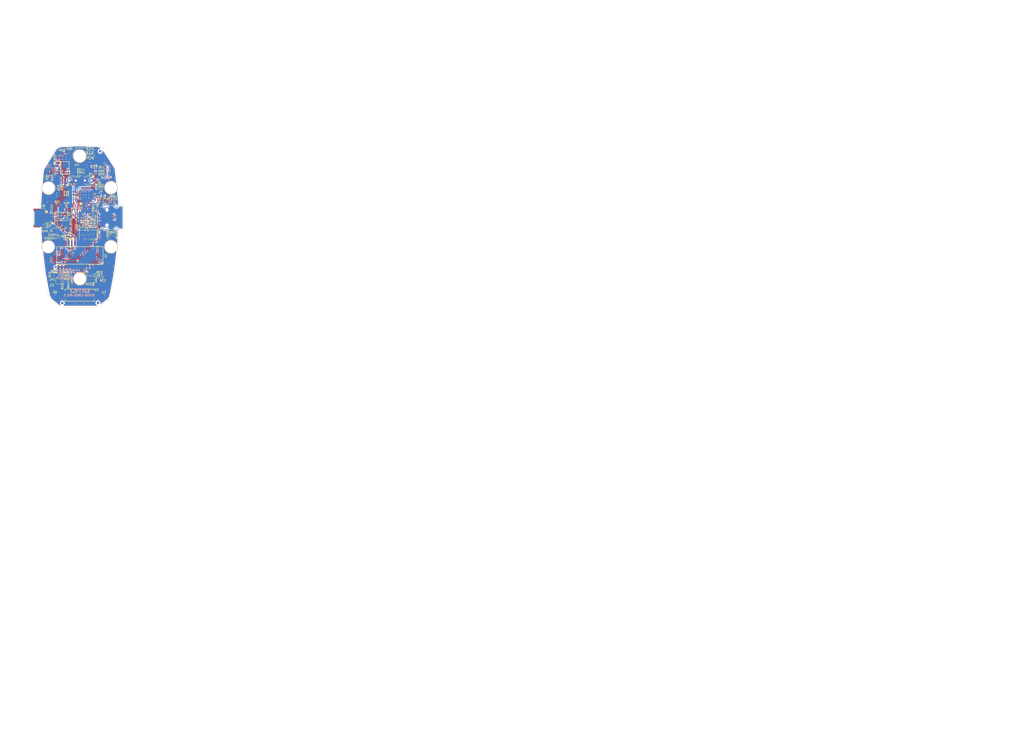
<source format=kicad_pcb>
(kicad_pcb (version 20221018) (generator pcbnew)
  (title_block (title "EMO OBD tool ") (date "2023-02-17") (rev "1") (company "EMO energy ") (comment 1 "R Darshan "))
  (layers (0 "F.Cu" signal) (31 "B.Cu" signal) (34 "B.Paste" user) (35 "F.Paste" user) (36 "B.SilkS" user "B.Silkscreen") (37 "F.SilkS" user "F.Silkscreen") (38 "B.Mask" user) (39 "F.Mask" user) (44 "Edge.Cuts" user))
  (net 0 "")
  (net 1 "Net-(U1-VDD)")
  (net 2 "5V")
  (net 3 "GND")
  (net 4 "Net-(JP1-A)")
  (net 5 "CLKIN")
  (net 6 "Net-(C7-Pad1)")
  (net 7 "CAN_RX")
  (net 8 "CAN_TX")
  (net 9 "D+")
  (net 10 "D-")
  (net 11 "ICSDAT")
  (net 12 "SCL")
  (net 13 "SDA")
  (net 14 "Net-(JP1-B)")
  (net 15 "Net-(U2-Vref)")
  (net 16 "Net-(U2-VDD)")
  (net 17 "CLKOUT")
  (net 18 "ICSPLK")
  (net 19 "UART_TX")
  (net 20 "UART_RX")
  (net 21 "Net-(U3-VDD)")
  (net 22 "Net-(J4-CC1)")
  (net 23 "Net-(J4-CC2)")
  (net 24 "Net-(U3-REGIN)")
  (net 25 "Net-(U3-~{RST})")
  (net 26 "Net-(J4-SBU1)")
  (net 27 "Net-(J4-SBU2)")
  (net 28 "Net-(U1-RC1)")
  (net 29 "Net-(U1-RA0)")
  (net 30 "Net-(U1-RA1)")
  (net 31 "Net-(U1-RA2)")
  (net 32 "Net-(U1-RA3)")
  (net 33 "Net-(U1-RA4)")
  (net 34 "Net-(U1-RA5)")
  (net 35 "Net-(C6-Pad1)")
  (net 36 "Net-(U1-RC2)")
  (net 37 "Net-(U1-RB5)")
  (net 38 "Net-(U1-RC5)")
  (net 39 "Net-(U1-RB4)")
  (net 40 "Net-(U3-VBUS)")
  (net 50 "Net-(U3-D+)")
  (net 51 "Net-(U3-D-)")
  (net 52 "Net-(U2-TXD)")
  (net 53 "Net-(U2-RXD)")
  (net 54 "MCLR")
  (net 55 "Net-(U2-Rs)")
  (net 56 "Net-(U3-TXD)")
  (net 57 "Net-(U3-RXD)")
  (net 58 "Net-(U1-RC0)")
  (net 61 "+5.0V")
  (net 62 "Net-(U4-VCC)")
  (net 63 "Net-(J1-Pad02)")
  (net 64 "Net-(J1-Pad04)")
  (net 65 "Net-(J6-Pin_1)")
  (net 66 "Net-(U4-A2)")
  (net 67 "Net-(U4-A1)")
  (net 68 "Net-(U4-A0)")
  (net 69 "WP")
  (net 70 "Net-(U4-WP)")
  (net 79 "Net-(U3-~{SUSPEND})")
  (net 80 "Net-(U3-RTS)")
  (net 81 "Net-(J6-Pin_2)")
  (net 82 "Net-(U1-RB0)")
  (net 83 "Net-(D3-A)")
  (net 84 "Net-(D2-A)")
  (net 85 "Net-(D4-A)")
  (footprint "Resistor_SMD:R_0402_1005Metric" (layer "F.Cu") (at 126.405 56.125 -90)
    (fp_text reference "R14")
    (fp_text value "5.1k")
  )
  (footprint "MountingHole:MountingHole_2.2mm_M2" (layer "F.Cu") (at 113.215 25.255)
    (fp_text reference "H3" hide)
    (fp_text value "MountingHole")
  )
  (footprint "Custommm:testpoint_0.5mm" (layer "F.Cu") (at 115.18 57.43)
    (fp_text reference "TP25" hide)
    (fp_text value "5V_PIC")
  )
  (footprint "Custommm:testpoint_0.5mm" (layer "F.Cu") (at 105.156 56.642)
    (fp_text reference "TP15" hide)
    (fp_text value "ICSPLK")
  )
  (footprint "Capacitor_SMD:C_0402_1005Metric" (layer "F.Cu") (at 109.395 26.355 180)
    (fp_text reference "C13")
    (fp_text value "0.001uF/25V")
  )
  (footprint "Custommm:PIC18F27Q84_SOIC127P1030X265-28N" (layer "F.Cu") (at 113.28 63.76 90)
    (fp_text reference "U1")
    (fp_text value "PIC18F27Q84" hide)
  )
  (footprint "MountingHole:MountingHole_2.2mm_M2" (layer "F.Cu") (at 125.335 37.505)
    (fp_text reference "H2" hide)
    (fp_text value "MountingHole")
  )
  (footprint "Custommm:testpoint_0.5mm" (layer "F.Cu") (at 107.905 52.915)
    (fp_text reference "TP24" hide)
    (fp_text value "CAN_RX")
  )
  (footprint "Resistor_SMD:R_0603_1608Metric" (layer "F.Cu") (at 117.065 27.185 180)
    (fp_text reference "R36")
    (fp_text value "1k")
  )
  (footprint "Custommm:QFN50P500X500X100-29N-D" (layer "F.Cu") (at 115.605 40.175 90)
    (fp_text reference "U3")
    (fp_text value "CP2102-GMR" hide)
  )
  (footprint "Custommm:testpoint_0.5mm" (layer "F.Cu") (at 127.225 41.855)
    (fp_text reference "TP19" hide)
    (fp_text value "SBU1")
  )
  (footprint "Custommm:testpoint_0.5mm" (layer "F.Cu") (at 108.64 73.82)
    (fp_text reference "TP5" hide)
    (fp_text value "RA4")
  )
  (footprint "Resistor_SMD:R_0402_1005Metric" (layer "F.Cu") (at 116.825 73.135 -90)
    (fp_text reference "R22")
    (fp_text value "1k")
  )
  (footprint "Custommm:testpoint_0.5mm" (layer "F.Cu") (at 106.74 71.99)
    (fp_text reference "TP2" hide)
    (fp_text value "RA1")
  )
  (footprint "Resistor_SMD:R_0603_1608Metric" (layer "F.Cu") (at 104.455 54.265)
    (fp_text reference "R1")
    (fp_text value "0R")
  )
  (footprint "LED_THT:LED_D3.0mm_IRBlack" (layer "F.Cu") (at 111.66 34.73 180)
    (fp_text reference "D2")
    (fp_text value "LED")
  )
  (footprint "Custommm:fiducial" (layer "F.Cu") (at 120.31 82.23)
    (fp_text reference "REF**" hide)
    (fp_text value "fiducial")
  )
  (footprint "Custommm:testpoint_0.5mm" (layer "F.Cu") (at 119 57.46)
    (fp_text reference "TP38" hide)
    (fp_text value "TX")
  )
  (footprint "MountingHole:MountingHole_2.2mm_M2" (layer "F.Cu") (at 101.135 37.645)
    (fp_text reference "H1" hide)
    (fp_text value "MountingHole")
  )
  (footprint "Resistor_SMD:R_0402_1005Metric" (layer "F.Cu") (at 120.195 41.685 90)
    (fp_text reference "R17")
    (fp_text value "1k")
  )
  (footprint "Custommm:testpoint_0.5mm" (layer "F.Cu") (at 116.078 71.628)
    (fp_text reference "TP27" hide)
    (fp_text value "cin")
  )
  (footprint "Custommm:testpoint_0.5mm" (layer "F.Cu") (at 108.57 57.29)
    (fp_text reference "TP12" hide)
    (fp_text value "RB4")
  )
  (footprint "Connector_JST:JST_GH_SM03B-GHS-TB_1x03-1MP_P1.25mm_Horizontal" (layer "F.Cu") (at 98.065 49.265 -90)
    (fp_text reference "J6")
    (fp_text value "CAN")
  )
  (footprint "Resistor_SMD:R_0402_1005Metric" (layer "F.Cu") (at 104.985 70.805 90)
    (fp_text reference "R11")
    (fp_text value "470R")
  )
  (footprint "Custommm:testpoint_0.5mm" (layer "F.Cu") (at 101.9 50.75)
    (fp_text reference "TP22" hide)
    (fp_text value "CL")
  )
  (footprint "Resistor_SMD:R_0402_1005Metric" (layer "F.Cu") (at 110.255 39.075 180)
    (fp_text reference "R40")
    (fp_text value "10K")
  )
  (footprint "Resistor_SMD:R_0402_1005Metric" (layer "F.Cu") (at 110.275 40.165 180)
    (fp_text reference "R39")
    (fp_text value "10K")
  )
  (footprint "Custommm:testpoint_0.5mm" (layer "F.Cu") (at 124.155 57.055)
    (fp_text reference "TP33" hide)
    (fp_text value "GND")
  )
  (footprint "Custommm:testpoint_0.5mm" (layer "F.Cu") (at 106.81 74.3)
    (fp_text reference "TP4" hide)
    (fp_text value "RA3")
  )
  (footprint "Custommm:testpoint_0.5mm" (layer "F.Cu") (at 122.14 72.41)
    (fp_text reference "TP9" hide)
    (fp_text value "RC2")
  )
  (footprint "Capacitor_SMD:C_0402_1005Metric" (layer "F.Cu") (at 102.535 74.145 180)
    (fp_text reference "C2")
    (fp_text value "4.7uF/25V")
  )
  (footprint "MountingHole:MountingHole_2.2mm_M2" (layer "F.Cu") (at 113.285 72.805)
    (fp_text reference "H5" hide)
    (fp_text value "MountingHole")
  )
  (footprint "Custommm:ABLS8000MHZB4T" (layer "F.Cu") (at 113.265 79.155)
    (fp_text reference "Y2")
    (fp_text value "10MHz" hide)
  )
  (footprint "Custommm:AT24C256_SOIC127P600X175-8N" (layer "F.Cu") (at 107.525 29.835)
    (fp_text reference "U4")
    (fp_text value "AT24C256C-SSHL-T" hide)
  )
  (footprint "MountingHole:MountingHole_2.2mm_M2" (layer "F.Cu") (at 101.025 60.415)
    (fp_text reference "H4" hide)
    (fp_text value "MountingHole")
  )
  (footprint "Custommm:testpoint_0.5mm" (layer "F.Cu") (at 109.44 49.9)
    (fp_text reference "TP29" hide)
    (fp_text value "5V_MCP")
  )
  (footprint "Custommm:testpoint_0.5mm" (layer "F.Cu") (at 110.22 74.52)
    (fp_text reference "TP6" hide)
    (fp_text value "RA5")
  )
  (footprint "Custommm:fiducial" (layer "F.Cu") (at 121.16 23.49)
    (fp_text reference "REF**" hide)
    (fp_text value "fiducial")
  )
  (footprint "Resistor_SMD:R_0603_1608Metric" (layer "F.Cu") (at 104.81 25.12 -90)
    (fp_text reference "R34")
    (fp_text value "1k")
  )
  (footprint "Custommm:testpoint_0.5mm" (layer "F.Cu") (at 106.84 73.13)
    (fp_text reference "TP3" hide)
    (fp_text value "RA2")
  )
  (footprint "Custommm:testpoint_0.5mm" (layer "F.Cu") (at 114.808 31.75)
    (fp_text reference "TP17" hide)
    (fp_text value "SDA")
  )
  (footprint "Resistor_SMD:R_0402_1005Metric" (layer "F.Cu") (at 102.395 48.595 -90)
    (fp_text reference "R4")
    (fp_text value "120R")
  )
  (footprint "Custommm:FUSE" (layer "F.Cu") (at 121.815 41.015 -90)
    (fp_text reference "R16")
    (fp_text value "5A fuse")
  )
  (footprint "Custommm:testpoint_0.5mm" (layer "F.Cu") (at 117.73 57.46)
    (fp_text reference "TP39" hide)
    (fp_text value "RX")
  )
  (footprint "Resistor_SMD:R_0603_1608Metric" (layer "F.Cu") (at 115.895 29.075 180)
    (fp_text reference "R37")
    (fp_text value "1k")
  )
  (footprint "Custommm:testpoint_0.5mm" (layer "F.Cu") (at 117.348 71.628)
    (fp_text reference "TP26" hide)
    (fp_text value "cout")
  )
  (footprint "Connector_USB:USB_C_Receptacle_HRO_TYPE-C-31-M-12" (layer "F.Cu") (at 126.365 49.065 90)
    (fp_text reference "J4")
    (fp_text value "USB C 2.0")
  )
  (footprint "Resistor_SMD:R_0603_1608Metric" (layer "F.Cu") (at 105.705 35.545 180)
    (fp_text reference "R29")
    (fp_text value "1k")
  )
  (footprint "Resistor_SMD:R_0402_1005Metric" (layer "F.Cu") (at 119.585 39.705 90)
    (fp_text reference "R38")
    (fp_text value "10K")
  )
  (footprint "Jumper:SolderJumper-2_P1.3mm_Open_RoundedPad1.0x1.5mm" (layer "F.Cu") (at 104.935 73.555 90)
    (fp_text reference "JP1")
    (fp_text value "Jumper_2_Open")
  )
  (footprint "Resistor_SMD:R_0603_1608Metric" (layer "F.Cu") (at 105.725 33.755)
    (fp_text reference "R30")
    (fp_text value "1k")
  )
  (footprint "Custommm:testpoint_0.5mm" (layer "F.Cu") (at 120.58 72.2)
    (fp_text reference "TP8" hide)
    (fp_text value "RC1")
  )
  (footprint "Custommm:testpoint_0.5mm" (layer "F.Cu") (at 115.75 48.54)
    (fp_text reference "TP32" hide)
    (fp_text value "D+")
  )
  (footprint "Resistor_SMD:R_0402_1005Metric" (layer "F.Cu") (at 104.575 44.215)
    (fp_text reference "R21")
    (fp_text value "10K")
  )
  (footprint "Capacitor_SMD:C_0402_1005Metric" (layer "F.Cu") (at 115.15 55.85 -90)
    (fp_text reference "C5")
    (fp_text value "0.1n/25V")
  )
  (footprint "Custommm:testpoint_0.5mm" (layer "F.Cu") (at 118.44 48.51)
    (fp_text reference "TP7" hide)
    (fp_text value "D-")
  )
  (footprint "Custommm:testpoint_0.5mm" (layer "F.Cu") (at 104.055 52.925)
    (fp_text reference "TP23" hide)
    (fp_text value "CAN_TX")
  )
  (footprint "Resistor_SMD:R_0603_1608Metric" (layer "F.Cu") (at 119.15 55.54 90)
    (fp_text reference "R26")
    (fp_text value "0R")
  )
  (footprint "Custommm:testpoint_0.5mm" (layer "F.Cu") (at 102.285 46.275)
    (fp_text reference "TP21" hide)
    (fp_text value "CH")
  )
  (footprint "Custommm:testpoint_0.5mm" (layer "F.Cu") (at 107.2 57.31)
    (fp_text reference "TP10" hide)
    (fp_text value "RB5")
  )
  (footprint "Custommm:testpoint_0.5mm" (layer "F.Cu") (at 125.05 55.69)
    (fp_text reference "SBU2")
    (fp_text value "SBU2")
  )
  (footprint "Custommm:testpoint_0.5mm" (layer "F.Cu") (at 114.808 30.48)
    (fp_text reference "TP18" hide)
    (fp_text value "SCL")
  )
  (footprint "Custommm:testpoint_0.5mm" (layer "F.Cu") (at 107.96 44.35)
    (fp_text reference "TP30" hide)
    (fp_text value "Vref")
  )
  (footprint "Resistor_SMD:R_0603_1608Metric" (layer "F.Cu") (at 117.615 55.6 90)
    (fp_text reference "R25")
    (fp_text value "0R")
  )
  (footprint "mcp2551:SOIC127P600X175-8N" (layer "F.Cu") (at 106.01 48.635 90)
    (fp_text reference "U2")
    (fp_text value "MCP2551-I-P" hide)
  )
  (footprint "Resistor_SMD:R_0603_1608Metric" (layer "F.Cu") (at 109.14 23.62)
    (fp_text reference "R35")
    (fp_text value "0R")
  )
  (footprint "Resistor_SMD:R_0402_1005Metric" (layer "F.Cu") (at 103.105 71.245)
    (fp_text reference "R10")
    (fp_text value "10k")
  )
  (footprint "Capacitor_SMD:C_0402_1005Metric" (layer "F.Cu") (at 116.34 55.83 -90)
    (fp_text reference "C8")
    (fp_text value "0.1uF/25V")
  )
  (footprint "Resistor_SMD:R_0603_1608Metric" (layer "F.Cu") (at 114.66 45.88 -90)
    (fp_text reference "R5")
    (fp_text value "0R")
  )
  (footprint "Custommm:testpoint_0.5mm" (layer "F.Cu") (at 121.83 37.93)
    (fp_text reference "TP11" hide)
    (fp_text value "5V")
  )
  (footprint "Resistor_SMD:R_0402_1005Metric" (layer "F.Cu") (at 118.345 73.105 -90)
    (fp_text reference "R6")
    (fp_text value "1k")
  )
  (footprint "Custommm:testpoint_0.5mm" (layer "F.Cu") (at 120.65 37.846)
    (fp_text reference "TP20" hide)
    (fp_text value "GND")
  )
  (footprint "Resistor_SMD:R_0402_1005Metric" (layer "F.Cu") (at 124.56 43.06 180)
    (fp_text reference "R13")
    (fp_text value "5.1k")
  )
  (footprint "Resistor_SMD:R_0603_1608Metric" (layer "F.Cu") (at 116.875 45.865 -90)
    (fp_text reference "R20")
    (fp_text value "0R")
  )
  (footprint "Resistor_SMD:R_0603_1608Metric" (layer "F.Cu") (at 102.795 30.075 90)
    (fp_text reference "R32")
    (fp_text value "1k")
  )
  (footprint "Resistor_SMD:R_0402_1005Metric" (layer "F.Cu") (at 120.67 56.4 90)
    (fp_text reference "R42")
    (fp_text value "330R")
  )
  (footprint "Custommm:testpoint_0.5mm" (layer "F.Cu") (at 106.426 70.612)
    (fp_text reference "TP1" hide)
    (fp_text value "RA0")
  )
  (footprint "Capacitor_SMD:C_0402_1005Metric" (layer "F.Cu") (at 122.81 79.02)
    (fp_text reference "C7")
    (fp_text value "33p/25V")
  )
  (footprint "Resistor_SMD:R_0603_1608Metric" (layer "F.Cu") (at 107.615 54.265 180)
    (fp_text reference "R2")
    (fp_text value "0R")
  )
  (footprint "Capacitor_SMD:C_0402_1005Metric" (layer "F.Cu") (at 109.395 25.325 180)
    (fp_text reference "C14")
    (fp_text value "0.01uF/25V")
  )
  (footprint "Custommm:testpoint_0.5mm" (layer "F.Cu") (at 103.886 57.15)
    (fp_text reference "TP16" hide)
    (fp_text value "ICSDAT")
  )
  (footprint "Resistor_SMD:R_0603_1608Metric" (layer "F.Cu") (at 106.29 25.08 90)
    (fp_text reference "R33")
    (fp_text value "1k")
  )
  (footprint "Resistor_SMD:R_0603_1608Metric" (layer "F.Cu") (at 100.965 30.815 -90)
    (fp_text reference "R31")
    (fp_text value "1k")
  )
  (footprint "Resistor_SMD:R_0603_1608Metric" (layer "F.Cu") (at 113.845 55.775 -90)
    (fp_text reference "R7")
    (fp_text value "0R")
  )
  (footprint "MountingHole:MountingHole_2.2mm_M2" (layer "F.Cu") (at 125.315 60.395)
    (fp_text reference "H6" hide)
    (fp_text value "MountingHole")
  )
  (footprint "LED_THT:LED_D3.0mm_IRBlack" (layer "F.Cu") (at 115.21 34.71)
    (fp_text reference "D4")
    (fp_text value "LED")
  )
  (footprint "Custommm:fiducial" (layer "F.Cu") (at 106.47 82.27)
    (fp_text reference "REF**" hide)
    (fp_text value "fiducial")
  )
  (footprint "Capacitor_SMD:C_0402_1005Metric" (layer "F.Cu") (at 103.77 78.87 180)
    (fp_text reference "C6")
    (fp_text value "33p/25V")
  )
  (footprint "Custommm:testpoint_0.5mm" (layer "F.Cu") (at 118.872 71.12)
    (fp_text reference "TP31" hide)
    (fp_text value "RCO")
  )
  (footprint "Capacitor_SMD:C_0402_1005Metric" (layer "F.Cu") (at 120.015 45.635 180)
    (fp_text reference "C1")
    (fp_text value "4.7uF/25V")
  )
  (footprint "Capacitor_SMD:C_0402_1005Metric" (layer "B.Cu") (at 115.63 43.76)
    (fp_text reference "C10")
    (fp_text value "0.1uF/25V")
  )
  (footprint "Resistor_SMD:R_0402_1005Metric" (layer "B.Cu") (at 120.142 63.754 -90)
    (fp_text reference "R23")
    (fp_text value "1k")
  )
  (footprint "Resistor_SMD:R_0402_1005Metric" (layer "B.Cu") (at 105.78 31.75 180)
    (fp_text reference "R8")
    (fp_text value "1k")
  )
  (footprint "Resistor_SMD:R_0402_1005Metric" (layer "B.Cu") (at 111.46 54.640001 90)
    (fp_text reference "R41")
    (fp_text value "330R")
  )
  (footprint "Capacitor_SMD:C_0402_1005Metric" (layer "B.Cu") (at 106.005 47.485 180)
    (fp_text reference "C3")
    (fp_text value "4.7uF/25V")
  )
  (footprint "Resistor_SMD:R_0402_1005Metric" (layer "B.Cu") (at 105.77 30.5 180)
    (fp_text reference "R12")
    (fp_text value "1k")
  )
  (footprint "Custommm:fiducial" (layer "B.Cu") (at 106.47 82.27 180)
    (fp_text reference "REF**" hide)
    (fp_text value "fiducial")
  )
  (footprint "Resistor_SMD:R_0402_1005Metric" (layer "B.Cu") (at 120.142 66.294 90)
    (fp_text reference "R24")
    (fp_text value "1k")
  )
  (footprint "Connector_PinHeader_1.27mm:PinHeader_1x04_P1.27mm_Vertical" (layer "B.Cu") (at 123.88 33.48)
    (fp_text reference "J2")
    (fp_text value "I2C")
  )
  (footprint "Resistor_SMD:R_0402_1005Metric" (layer "B.Cu") (at 120.18 40.77 90)
    (fp_text reference "R19")
    (fp_text value "47.5k")
  )
  (footprint "emo logo" (layer "B.Cu") (at 113.32 77.41 180)
    (fp_text reference "G***" hide)
    (fp_text value "LOGO" hide)
  )
  (footprint "Custommm:fiducial" (layer "B.Cu") (at 121.16 23.49 180)
    (fp_text reference "REF**" hide)
    (fp_text value "fiducial")
  )
  (footprint "LED_SMD:LED_0603_1608Metric" (layer "B.Cu") (at 103.5 29.09)
    (fp_text reference "D3")
    (fp_text value "LED")
  )
  (footprint "Capacitor_SMD:C_0402_1005Metric" (layer "B.Cu") (at 118.465 44.095 90)
    (fp_text reference "C12")
    (fp_text value "4.7uF/25V")
  )
  (footprint "Resistor_SMD:R_0603_1608Metric" (layer "B.Cu") (at 103.49 65.38 -90)
    (fp_text reference "R27")
    (fp_text value "10R")
  )
  (footprint "Resistor_SMD:R_0603_1608Metric" (layer "B.Cu") (at 108.05 46.82 -90)
    (fp_text reference "R3")
    (fp_text value "0R")
  )
  (footprint "Resistor_SMD:R_0805_2012Metric" (layer "B.Cu") (at 124.245 42.405)
    (fp_text reference "R15")
    (fp_text value "0R")
  )
  (footprint "Resistor_SMD:R_0603_1608Metric" (layer "B.Cu") (at 106.185 63.075 -90)
    (fp_text reference "R28")
    (fp_text value "10R")
  )
  (footprint "Capacitor_SMD:C_0402_1005Metric" (layer "B.Cu") (at 119.665 44.115 90)
    (fp_text reference "C11")
    (fp_text value "0.1uF/25V")
  )
  (footprint "Custommm:SP0505BAHT_SOT95P280X145-6N.kicad_mod" (layer "B.Cu") (at 115.755 50.645 180)
    (fp_text reference "D1")
    (fp_text value "SP0505BAHT" hide)
  )
  (footprint "Custommm:fiducial" (layer "B.Cu") (at 120.31 82.23 180)
    (fp_text reference "REF**" hide)
    (fp_text value "fiducial")
  )
  (footprint "Resistor_SMD:R_0402_1005Metric" (layer "B.Cu") (at 121.205 41.845 90)
    (fp_text reference "R18")
    (fp_text value "22.1k")
  )
  (footprint "Custommm:SAMTEC_1.27mm_03x02" (layer "B.Cu") (at 108.205 67.615 -90)
    (fp_text reference "J1")
    (fp_text value "samtec_03x02")
  )
  (footprint "Resistor_SMD:R_0402_1005Metric" (layer "B.Cu") (at 104.69 27.04 -90)
    (fp_text reference "R9")
    (fp_text value "330R")
  )
  (footprint "Capacitor_SMD:C_0402_1005Metric" (layer "B.Cu") (at 105.965 48.695 180)
    (fp_text reference "C4")
    (fp_text value "1uF/25V")
  )
  (footprint "Capacitor_SMD:C_0402_1005Metric" (layer "B.Cu") (at 115.62 45.02 180)
    (fp_text reference "C9")
    (fp_text value "4.7uF/25V")
  )
  (gr_circle (center 113.3 72.77) (end 115.86125 72.77) (stroke (width 0.15)) (fill none) (layer "B.SilkS"))
  (gr_circle (center 101.12 37.63) (end 103.68125 37.63) (stroke (width 0.15)) (fill none) (layer "B.SilkS"))
  (gr_circle (center 101.07 60.39) (end 103.52 60.36) (stroke (width 0.15)) (fill none) (layer "B.SilkS"))
  (gr_circle (center 113.23 25.22875) (end 115.79125 25.22875) (stroke (width 0.15)) (fill none) (layer "B.SilkS"))
  (gr_circle (center 125.3 37.49875) (end 127.86125 37.49875) (stroke (width 0.15)) (fill none) (layer "B.SilkS"))
  (gr_circle (center 125.33 60.38875) (end 127.83 60.37) (stroke (width 0.15)) (fill none) (layer "B.SilkS"))
  (gr_line (start 119.23 70.79) (end 119.69 70.51) (stroke (width 0.15)) (layer "F.SilkS"))
  (gr_line (start 103.51 53.079999) (end 102.03 53.560001) (stroke (width 0.15)) (layer "F.SilkS"))
  (gr_line (start 111.88 22.07) (end 115.7 22.07) (stroke (width 0.15)) (layer "F.SilkS"))
  (gr_line (start 113.07 53.96) (end 113.07 57.68) (stroke (width 0.15)) (layer "F.SilkS"))
  (gr_line (start 110.17 24.84) (end 111.88 22.07) (stroke (width 0.15)) (layer "F.SilkS"))
  (gr_line (start 120.03 53.02) (end 120.030001 49.35) (stroke (width 0.15)) (layer "F.SilkS"))
  (gr_circle (center 113.257025 72.78) (end 114.678274 74.73) (stroke (width 0.15)) (fill none) (layer "F.SilkS"))
  (gr_line (start 116.11 53.79) (end 116.11 53.23) (stroke (width 0.15)) (layer "F.SilkS"))
  (gr_circle (center 125.31 60.408751) (end 126.91 62.408751) (stroke (width 0.15)) (fill none) (layer "F.SilkS"))
  (gr_circle (center 125.301249 37.51) (end 126.84 39.41) (stroke (width 0.15)) (fill none) (layer "F.SilkS"))
  (gr_rect (start 115.89 21.67) (end 118.51 24.53) (stroke (width 0.15)) (fill none) (layer "F.SilkS"))
  (gr_line (start 111.829999 53.05) (end 111.83 49.38) (stroke (width 0.15)) (layer "F.SilkS"))
  (gr_circle (center 101.06 60.378751) (end 102.62 62.33) (stroke (width 0.15)) (fill none) (layer "F.SilkS"))
  (gr_line (start 111.829999 53.05) (end 120.03 53.02) (stroke (width 0.15)) (layer "F.SilkS"))
  (gr_line (start 119.98 53.96) (end 113.07 53.96) (stroke (width 0.15)) (layer "F.SilkS"))
  (gr_line (start 119.97 57.53) (end 119.98 53.96) (stroke (width 0.15)) (layer "F.SilkS"))
  (gr_circle (center 101.12 37.66) (end 102.72 39.66) (stroke (width 0.15)) (fill none) (layer "F.SilkS"))
  (gr_circle (center 113.221249 25.25) (end 115.782499 25.25) (stroke (width 0.15)) (fill none) (layer "F.SilkS"))
  (gr_line (start 117.88 71.595) (end 118.8 71.885) (stroke (width 0.15)) (layer "F.SilkS"))
  (gr_line (start 99.575 70.405) (end 98.315 59.845) (stroke (width 0.1)) (layer "Edge.Cuts"))
  (gr_line (start 127.275 67.245) (end 126.405 72.885) (stroke (width 0.1)) (layer "Edge.Cuts"))
  (gr_line (start 113.155 21.015) (end 120.425 21.345) (stroke (width 0.1)) (layer "Edge.Cuts"))
  (gr_line (start 95.1775 45.4525) (end 97.7025 45.4675) (stroke (width 0.1)) (layer "Edge.Cuts"))
  (gr_line (start 124.405 80.835) (end 120.905 83.535) (stroke (width 0.1)) (layer "Edge.Cuts"))
  (gr_line (start 126.405 72.885) (end 125.395 78.155) (stroke (width 0.1)) (layer "Edge.Cuts"))
  (gr_line (start 105.135 83.395) (end 101.945 80.795) (stroke (width 0.1)) (layer "Edge.Cuts"))
  (gr_line (start 120.905 83.535) (end 120.115 83.685) (stroke (width 0.1)) (layer "Edge.Cuts"))
  (gr_line (start 95.1775 45.4525) (end 95.18 53.0625) (stroke (width 0.1)) (layer "Edge.Cuts"))
  (gr_line (start 101.945 80.795) (end 101.185 79.165) (stroke (width 0.1)) (layer "Edge.Cuts"))
  (gr_line (start 104.065 22.155) (end 105.665 21.385) (stroke (width 0.1)) (layer "Edge.Cuts"))
  (gr_line (start 128.195 58.465) (end 128.355 53.8325) (stroke (width 0.1)) (layer "Edge.Cuts"))
  (gr_line (start 106.335 83.685) (end 105.135 83.395) (stroke (width 0.1)) (layer "Edge.Cuts"))
  (gr_line (start 120.425 21.345) (end 122.185 22.175) (stroke (width 0.1)) (layer "Edge.Cuts"))
  (gr_line (start 128.355 53.8325) (end 130.3 53.8275) (stroke (width 0.1)) (layer "Edge.Cuts"))
  (gr_line (start 105.665 21.385) (end 113.155 21.015) (stroke (width 0.1)) (layer "Edge.Cuts"))
  (gr_line (start 128.195 58.465) (end 127.975 61.175) (stroke (width 0.1)) (layer "Edge.Cuts"))
  (gr_line (start 98.935 30.435) (end 104.065 22.155) (stroke (width 0.1)) (layer "Edge.Cuts"))
  (gr_line (start 98.935 30.435) (end 97.7025 45.4675) (stroke (width 0.1)) (layer "Edge.Cuts"))
  (gr_line (start 101.185 79.165) (end 99.575 70.405) (stroke (width 0.1)) (layer "Edge.Cuts"))
  (gr_line (start 98.315 59.845) (end 98.075 56.345) (stroke (width 0.1)) (layer "Edge.Cuts"))
  (gr_line (start 127.975 61.175) (end 127.275 67.245) (stroke (width 0.1)) (layer "Edge.Cuts"))
  (gr_line (start 127.155 30.005) (end 122.185 22.175) (stroke (width 0.1)) (layer "Edge.Cuts"))
  (gr_line (start 130.29 44.3) (end 128.665 44.3) (stroke (width 0.1)) (layer "Edge.Cuts"))
  (gr_line (start 130.29 44.3) (end 130.3 53.8275) (stroke (width 0.1)) (layer "Edge.Cuts"))
  (gr_line (start 120.115 83.685) (end 106.335 83.685) (stroke (width 0.1)) (layer "Edge.Cuts"))
  (gr_line (start 95.18 53.0625) (end 97.965 53.0775) (stroke (width 0.1)) (layer "Edge.Cuts"))
  (gr_line (start 125.395 78.155) (end 125.015 79.825) (stroke (width 0.1)) (layer "Edge.Cuts"))
  (gr_line (start 127.155 30.005) (end 128.665 44.3) (stroke (width 0.1)) (layer "Edge.Cuts"))
  (gr_line (start 98.075 56.345) (end 97.965 53.0775) (stroke (width 0.1)) (layer "Edge.Cuts"))
  (gr_line (start 125.015 79.825) (end 124.405 80.835) (stroke (width 0.1)) (layer "Edge.Cuts"))
  (gr_text "GND" (at 110.48 73.13) (layer "B.SilkS") (effects (font (size 0.8 0.8) (thickness 0.15) bold) (justify left bottom mirror)))
  (gr_text "PGC" (at 107.33 70.61) (layer "B.SilkS") (effects (font (size 0.8 0.8) (thickness 0.15) bold) (justify left bottom mirror)))
  (gr_text "+5.0V" (at 111.42 70.63) (layer "B.SilkS") (effects (font (size 0.8 0.8) (thickness 0.15) bold) (justify left bottom mirror)))
  (gr_text "GND" (at 110.41 71.88) (layer "B.SilkS") (effects (font (size 0.8 0.8) (thickness 0.15) bold) (justify left bottom mirror)))
  (gr_text "PGD" (at 107.35 71.87) (layer "B.SilkS") (effects (font (size 0.8 0.8) (thickness 0.15) bold) (justify left bottom mirror)))
  (gr_text "MCLR" (at 107.5 73.09) (layer "B.SilkS") (effects (font (size 0.8 0.8) (thickness 0.15) bold) (justify left bottom mirror)))
  (gr_text "SCL" (at 120.39 30.02) (layer "F.SilkS") (effects (font (size 0.8 0.8)) (justify left bottom)))
  (gr_text "5V" (at 121.37 34.09) (layer "F.SilkS") (effects (font (size 0.8 0.8)) (justify left bottom)))
  (gr_text "GND" (at 120.24 32.71) (layer "F.SilkS") (effects (font (size 0.8 0.8)) (justify left bottom)))
  (gr_text "SDA" (at 120.34 31.49) (layer "F.SilkS") (effects (font (size 0.8 0.8)) (justify left bottom)))
  (gr_text "GND" (at 101.17 53.49 90) (layer "F.SilkS") (effects (font (size 0.8 0.8) (thickness 0.15) bold) (justify left bottom)))
  (segment (start 113.845 56.6) (end 114.88 56.6) (width 0.4) (layer "F.Cu") (net 1))
  (segment (start 115.185 59.085) (end 115.185 56.365) (width 0.4) (layer "F.Cu") (net 1))
  (segment (start 115.17 56.31) (end 116.34 56.31) (width 0.4) (layer "F.Cu") (net 1))
  (segment (start 114.88 56.6) (end 115.15 56.33) (width 0.4) (layer "F.Cu") (net 1))
  (segment (start 100.965 31.64) (end 100.965 32.655) (width 0.5) (layer "F.Cu") (net 2))
  (segment (start 113.845 51.175) (end 113.845 54.95) (width 0.5) (layer "F.Cu") (net 2))
  (segment (start 109.785 40.185) (end 109.785 43.385) (width 0.5) (layer "F.Cu") (net 2))
  (segment (start 101.315 33.005) (end 103.855 35.545) (width 0.5) (layer "F.Cu") (net 2))
  (segment (start 108.24 65.06) (end 106.47 66.83) (width 0.5) (layer "F.Cu") (net 2))
  (segment (start 107.33 24.05) (end 106.495 24.05) (width 0.5) (layer "F.Cu") (net 2))
  (segment (start 107.33 24.05) (end 107.76 23.62) (width 0.5) (layer "F.Cu") (net 2))
  (segment (start 105.38 36.8) (end 109.24 36.8) (width 0.5) (layer "F.Cu") (net 2))
  (segment (start 124.783829 41.130283) (end 123.413546 39.76) (width 0.5) (layer "F.Cu") (net 2))
  (segment (start 122.005 36.455) (end 123.88 34.58) (width 0.5) (layer "F.Cu") (net 2))
  (segment (start 110.22 36.45) (end 109.745 36.925) (width 0.5) (layer "F.Cu") (net 2))
  (segment (start 121.815 36.645) (end 122.005 36.455) (width 0.5) (layer "F.Cu") (net 2))
  (segment (start 104.88 36.3) (end 105.38 36.8) (width 0.5) (layer "F.Cu") (net 2))
  (segment (start 109.745 37.3) (end 109.74 37.3) (width 0.3) (layer "F.Cu") (net 2))
  (segment (start 121.64 36.85) (end 121.24 36.45) (width 0.3) (layer "F.Cu") (net 2))
  (segment (start 102.645 69.63) (end 102.645 71.195) (width 0.5) (layer "F.Cu") (net 2))
  (segment (start 109.745 39.075) (end 109.745 40.145) (width 0.5) (layer "F.Cu") (net 2))
  (segment (start 121.24 36.45) (end 110.22 36.45) (width 0.5) (layer "F.Cu") (net 2))
  (segment (start 123.88 34.58) (end 123.88 33.48) (width 0.5) (layer "F.Cu") (net 2))
  (segment (start 102.645 67.615) (end 102.645 69.63) (width 0.5) (layer "F.Cu") (net 2))
  (segment (start 107.76 23.62) (end 108.315 23.62) (width 0.5) (layer "F.Cu") (net 2))
  (segment (start 109.745 36.925) (end 109.745 37.3) (width 0.5) (layer "F.Cu") (net 2))
  (segment (start 122 36.45) (end 121.24 36.45) (width 0.5) (layer "F.Cu") (net 2))
  (segment (start 100.965 32.655) (end 101.265 32.955) (width 0.5) (layer "F.Cu") (net 2))
  (segment (start 109.74 37.3) (end 109.24 36.8) (width 0.3) (layer "F.Cu") (net 2))
  (segment (start 101.315 32.955) (end 101.315 33.005) (width 0.5) (layer "F.Cu") (net 2))
  (segment (start 122.18 39.76) (end 121.815 40.125) (width 0.5) (layer "F.Cu") (net 2))
  (segment (start 121.815 36.85) (end 121.815 36.645) (width 0.5) (layer "F.Cu") (net 2))
  (segment (start 106.47 66.83) (end 103.43 66.83) (width 0.5) (layer "F.Cu") (net 2))
  (segment (start 103.855 35.545) (end 104.88 35.545) (width 0.5) (layer "F.Cu") (net 2))
  (segment (start 121.815 36.85) (end 121.64 36.85) (width 0.3) (layer "F.Cu") (net 2))
  (segment (start 110.38 43.98) (end 110.38 47.71) (width 0.5) (layer "F.Cu") (net 2))
  (segment (start 122.005 36.455) (end 122 36.45) (width 0.5) (layer "F.Cu") (net 2))
  (segment (start 123.413546 39.76) (end 122.18 39.76) (width 0.5) (layer "F.Cu") (net 2))
  (segment (start 104.88 35.545) (end 104.88 36.3) (width 0.5) (layer "F.Cu") (net 2))
  (segment (start 109.745 37.3) (end 109.745 39.075) (width 0.5) (layer "F.Cu") (net 2))
  (segment (start 109.785 43.385) (end 110.38 43.98) (width 0.5) (layer "F.Cu") (net 2))
  (segment (start 109.24 36.8) (end 109.62 36.8) (width 0.5) (layer "F.Cu") (net 2))
  (segment (start 121.815 40.125) (end 121.815 36.85) (width 0.5) (layer "F.Cu") (net 2))
  (segment (start 101.265 32.955) (end 101.315 32.955) (width 0.5) (layer "F.Cu") (net 2))
  (segment (start 103.43 66.83) (end 102.645 67.615) (width 0.5) (layer "F.Cu") (net 2))
  (segment (start 110.38 47.71) (end 113.845 51.175) (width 0.5) (layer "F.Cu") (net 2))
  (segment (start 109.62 36.8) (end 109.745 36.925) (width 0.5) (layer "F.Cu") (net 2))
  (segment (start 106.495 24.05) (end 106.29 24.255) (width 0.5) (layer "F.Cu") (net 2))
  (via (at 107.33 24.05) (size 0.6) (drill 0.3) (layers "F.Cu" "B.Cu") (net 2))
  (via (at 101.315 32.955) (size 0.6) (drill 0.3) (layers "F.Cu" "B.Cu") (net 2))
  (via (at 108.24 65.06) (size 0.6) (drill 0.3) (layers "F.Cu" "B.Cu") (net 2))
  (via (at 110.39 47.68) (size 0.6) (drill 0.3) (layers "F.Cu" "B.Cu") (net 2))
  (via (at 102.645 69.63) (size 0.6) (drill 0.3) (layers "F.Cu" "B.Cu") (net 2))
  (via (at 124.783829 41.130283) (size 0.6) (drill 0.3) (layers "F.Cu" "B.Cu") (net 2))
  (segment (start 105.98 26.34) (end 105.98 26.64) (width 0.5) (layer "B.Cu") (net 2))
  (segment (start 105.68 26.34) (end 105.98 26.34) (width 0.3) (layer "B.Cu") (net 2))
  (segment (start 105.47 25.75) (end 105.27 25.95) (width 0.5) (layer "B.Cu") (net 2))
  (segment (start 107.17 24.05) (end 105.47 25.75) (width 0.5) (layer "B.Cu") (net 2))
  (segment (start 105.408579 26.068579) (end 105.68 26.34) (width 0.3) (layer "B.Cu") (net 2))
  (segment (start 115.316 69.85) (end 102.865 69.85) (width 0.5) (layer "B.Cu") (net 2))
  (segment (start 103.01 30.5) (end 105.26 30.5) (width 0.5) (layer "B.Cu") (net 2))
  (segment (start 105.98 26.64) (end 105.98 29.148) (width 0.5) (layer "B.Cu") (net 2))
  (segment (start 124.783829 41.130283) (end 125.1575 41.503954) (width 0.5) (layer "B.Cu") (net 2))
  (segment (start 105.81 26.09) (end 105.47 25.75) (width 0.3) (layer "B.Cu") (net 2))
  (segment (start 101.315 32.195) (end 103.01 30.5) (width 0.5) (layer "B.Cu") (net 2))
  (segment (start 108.05 45.995) (end 109.27 45.995) (width 0.5) (layer "B.Cu") (net 2))
  (segment (start 105.27 25.95) (end 104.69 26.53) (width 0.5) (layer "B.Cu") (net 2))
  (segment (start 107.33 24.05) (end 107.17 24.05) (width 0.5) (layer "B.Cu") (net 2))
  (segment (start 102.865 69.85) (end 102.645 69.63) (width 0.5) (layer "B.Cu") (net 2))
  (segment (start 105.98 26.34) (end 105.98 26.26) (width 0.3) (layer "B.Cu") (net 2))
  (segment (start 105.27 31.75) (end 105.27 30.51) (width 0.5) (layer "B.Cu") (net 2))
  (segment (start 119.382 65.784) (end 115.316 69.85) (width 0.5) (layer "B.Cu") (net 2))
  (segment (start 105.98 26.26) (end 105.81 26.09) (width 0.3) (layer "B.Cu") (net 2))
  (segment (start 105.26 30.5) (end 105.26 29.868) (width 0.5) (layer "B.Cu") (net 2))
  (segment (start 105.26 29.868) (end 105.98 29.148) (width 0.5) (layer "B.Cu") (net 2))
  (segment (start 105.68 26.34) (end 105.98 26.64) (width 0.3) (layer "B.Cu") (net 2))
  (segment (start 110.18 46.52) (end 109.655 45.995) (width 0.5) (layer "B.Cu") (net 2))
  (segment (start 109.27 45.995) (end 109.28 45.995) (width 0.3) (layer "B.Cu") (net 2))
  (segment (start 109.655 45.995) (end 109.27 45.995) (width 0.5) (layer "B.Cu") (net 2))
  (segment (start 120.142 64.264) (end 120.142 65.784) (width 0.5) (layer "B.Cu") (net 2))
  (segment (start 101.315 32.955) (end 101.315 32.195) (width 0.5) (layer "B.Cu") (net 2))
  (segment (start 125.1575 41.503954) (end 125.1575 42.405) (width 0.5) (layer "B.Cu") (net 2))
  (segment (start 105.98 25.4) (end 105.98 26.34) (width 0.5) (layer "B.Cu") (net 2))
  (segment (start 110.18 63.12) (end 110.18 46.52) (width 0.5) (layer "B.Cu") (net 2))
  (segment (start 120.142 65.784) (end 119.382 65.784) (width 0.5) (layer "B.Cu") (net 2))
  (segment (start 105.27 25.95) (end 105.41 26.09) (width 0.3) (layer "B.Cu") (net 2))
  (segment (start 108.24 65.06) (end 110.18 63.12) (width 0.5) (layer "B.Cu") (net 2))
  (segment (start 107.33 24.05) (end 105.98 25.4) (width 0.5) (layer "B.Cu") (net 2))
  (segment (start 116.455 59.085) (end 116.455 57.575) (width 0.3) (layer "F.Cu") (net 3))
  (segment (start 104.48 31.74) (end 103.52 32.7) (width 0.5) (layer "F.Cu") (net 3))
  (segment (start 119.50475 51.46525) (end 120.3545 52.315) (width 0.5) (layer "F.Cu") (net 3))
  (segment (start 116.455 57.575) (end 116.44 57.56) (width 0.3) (layer "F.Cu") (net 3))
  (segment (start 117.695 29.075) (end 117.74 29.03) (width 0.5) (layer "F.Cu") (net 3))
  (segment (start 105.375 49.805) (end 105.485 49.695) (width 0.4) (layer "F.Cu") (net 3))
  (segment (start 120.3545 52.315) (end 122.32 52.315) (width 0.5) (layer "F.Cu") (net 3))
  (segment (start 115.105 42.575) (end 115.105 40.675) (width 0.3) (layer "F.Cu") (net 3))
  (segment (start 108.915 26.355) (end 108.915 25.325) (width 0.4) (layer "F.Cu") (net 3))
  (segment (start 105.375 51.335) (end 105.375 49.805) (width 0.4) (layer "F.Cu") (net 3))
  (segment (start 113.915 68.435) (end 113.915 66.705) (width 0.5) (layer "F.Cu") (net 3))
  (segment (start 113.915 66.705) (end 113.88 66.67) (width 0.5) (layer "F.Cu") (net 3))
  (segment (start 116.72 29.075) (end 117.695 29.075) (width 0.5) (layer "F.Cu") (net 3))
  (via (at 114.5 41.4) (size 0.6) (drill 0.3) (layers "F.Cu" "B.Cu") (net 3))
  (via (at 115.16 60.98) (size 0.6) (drill 0.3) (layers "F.Cu" "B.Cu") (net 3))
  (via (at 116.39 54.38) (size 0.6) (drill 0.3) (layers "F.Cu" "B.Cu") (net 3))
  (via (at 104.33 40.72) (size 0.6) (drill 0.3) (layers "F.Cu" "B.Cu") (net 3))
  (via (at 105.485 49.695) (size 0.6) (drill 0.3) (layers "F.Cu" "B.Cu") (net 3))
  (via (at 114.59 39.13) (size 0.6) (drill 0.3) (layers "F.Cu" "B.Cu") (net 3))
  (via (at 115.62 40.31) (size 0.6) (drill 0.3) (layers "F.Cu" "B.Cu") (net 3))
  (via (at 118.4 61.16) (size 0.6) (drill 0.3) (layers "F.Cu" "B.Cu") (net 3))
  (via (at 117.74 29.03) (size 0.6) (drill 0.3) (layers "F.Cu" "B.Cu") (net 3))
  (via (at 121.33 34.3) (size 0.6) (drill 0.3) (layers "F.Cu" "B.Cu") (net 3))
  (via (at 115.57 41.43) (size 0.6) (drill 0.3) (layers "F.Cu" "B.Cu") (net 3))
  (via (at 120.65 39.37) (size 0.6) (drill 0.3) (layers "F.Cu" "B.Cu") (net 3))
  (via (at 104.35 37.61) (size 0.6) (drill 0.3) (layers "F.Cu" "B.Cu") (net 3))
  (via (at 118.54 45.38) (size 0.6) (drill 0.3) (layers "F.Cu" "B.Cu") (net 3))
  (via (at 121.44 54.34) (size 0.6) (drill 0.3) (layers "F.Cu" "B.Cu") (net 3))
  (via (at 123.51 77.52) (size 0.6) (drill 0.3) (layers "F.Cu" "B.Cu") (net 3))
  (via (at 103.29 77.22) (size 0.6) (drill 0.3) (layers "F.Cu" "B.Cu") (net 3))
  (via (at 118.92 25) (size 0.6) (drill 0.3) (layers "F.Cu" "B.Cu") (net 3))
  (via (at 119.50475 51.46525) (size 0.6) (drill 0.3) (layers "F.Cu" "B.Cu") (net 3))
  (via (at 111.585 82.605) (size 0.6) (drill 0.3) (layers "F.Cu" "B.Cu") (net 3))
  (via (at 116.73 39.11) (size 0.6) (drill 0.3) (layers "F.Cu" "B.Cu") (net 3))
  (via (at 115.3 54.21) (size 0.6) (drill 0.3) (layers "F.Cu" "B.Cu") (net 3))
  (via (at 114.37 43.79) (size 0.6) (drill 0.3) (layers "F.Cu" "B.Cu") (net 3))
  (via (at 104.91 23.11) (size 0.6) (drill 0.3) (layers "F.Cu" "B.Cu") (net 3))
  (via (at 104.35 39.57) (size 0.6) (drill 0.3) (layers "F.Cu" "B.Cu") (net 3))
  (via (at 108.025 25.305) (size 0.6) (drill 0.3) (layers "F.Cu" "B.Cu") (net 3))
  (via (at 121.28 32.91) (size 0.6) (drill 0.3) (layers "F.Cu" "B.Cu") (net 3))
  (via (at 112.76 66.51) (size 0.6) (drill 0.3) (layers "F.Cu" "B.Cu") (net 3))
  (via (at 114.17 32.9) (size 0.6) (drill 0.3) (layers "F.Cu" "B.Cu") (net 3))
  (via (at 116.98 22.98) (size 0.6) (drill 0.3) (layers "F.Cu" "B.Cu") (net 3))
  (via (at 114.825 82.555) (size 0.6) (drill 0.3) (layers "F.Cu" "B.Cu") (net 3))
  (via (at 108.28 42.4) (size 0.6) (drill 0.3) (layers "F.Cu" "B.Cu") (net 3))
  (via (at 113.88 66.67) (size 0.6) (drill 0.3) (layers "F.Cu" "B.Cu") (net 3))
  (via (at 116.98 24.99) (size 0.6) (drill 0.3) (layers "F.Cu" "B.Cu") (net 3))
  (via (at 114.57 40.31) (size 0.6) (drill 0.3) (layers "F.Cu" "B.Cu") (net 3))
  (via (at 107.985 26.415) (size 0.6) (drill 0.3) (layers "F.Cu" "B.Cu") (net 3))
  (via (at 116.72 40.31) (size 0.6) (drill 0.3) (layers "F.Cu" "B.Cu") (net 3))
  (via (at 103.52 32.7) (size 0.6) (drill 0.3) (layers "F.Cu" "B.Cu") (net 3))
  (via (at 119.634 38.354) (size 0.6) (drill 0.3) (layers "F.Cu" "B.Cu") (net 3))
  (via (at 123.06 40.82) (size 0.6) (drill 0.3) (layers "F.Cu" "B.Cu") (net 3))
  (via (at 127.27 56.63) (size 0.6) (drill 0.3) (layers "F.Cu" "B.Cu") (net 3))
  (via (at 98.99 51.78) (size 0.6) (drill 0.3) (layers "F.Cu" "B.Cu") (net 3))
  (via (at 115.54 39.12) (size 0.6) (drill 0.3) (layers "F.Cu" "B.Cu") (net 3))
  (via (at 106.005 44.255) (size 0.6) (drill 0.3) (layers "F.Cu" "B.Cu") (net 3))
  (via (at 116.44 57.56) (size 0.6) (drill 0.3) (layers "F.Cu" "B.Cu") (net 3))
  (via (at 118.87 22.95) (size 0.6) (drill 0.3) (layers "F.Cu" "B.Cu") (net 3))
  (via (at 121.55 45.06) (size 0.6) (drill 0.3) (layers "F.Cu" "B.Cu") (net 3))
  (via (at 102.68 32.258) (size 0.6) (drill 0.3) (layers "F.Cu" "B.Cu") (net 3))
  (via (at 119.28 46.52) (size 0.6) (drill 0.3) (layers "F.Cu" "B.Cu") (net 3))
  (via (at 116.7 41.41) (size 0.6) (drill 0.3) (layers "F.Cu" "B.Cu") (net 3))
  (via (at 100.68 43.21) (size 0.6) (drill 0.3) (layers "F.Cu" "B.Cu") (net 3))
  (via (at 126.32 41.38) (size 0.6) (drill 0.3) (layers "F.Cu" "B.Cu") (net 3))
  (segment (start 119.50475 51.46525) (end 118.6845 50.645) (width 0.6) (layer "B.Cu") (net 3))
  (segment (start 105.525 47.485) (end 105.525 48.655) (width 0.4) (layer "B.Cu") (net 3))
  (segment (start 118.465 44.575) (end 119.645 44.575) (width 0.4) (layer "B.Cu") (net 3))
  (segment (start 105.485 49.695) (end 105.485 48.695) (width 0.4) (layer "B.Cu") (net 3))
  (segment (start 118.6845 50.645) (end 116.955 50.645) (width 0.6) (layer "B.Cu") (net 3))
  (segment (start 104.935 74.205) (end 103.075 74.205) (width 0.4) (layer "F.Cu") (net 4))
  (segment (start 116.825 72.625) (end 116.825 72.375) (width 0.4) (layer "F.Cu") (net 5))
  (segment (start 115.185 70.735) (end 115.185 68.435) (width 0.4) (layer "F.Cu") (net 5))
  (segment (start 116.825 72.375) (end 115.185 70.735) (width 0.4) (layer "F.Cu") (net 5))
  (segment (start 114.065 78.065) (end 118.345 73.785) (width 0.4) (layer "F.Cu") (net 6))
  (segment (start 118.015 79.155) (end 122.195 79.155) (width 0.3) (layer "F.Cu") (net 6))
  (segment (start 114.575 79.155) (end 114.065 78.645) (width 0.4) (layer "F.Cu") (net 6))
  (segment (start 118.345 73.785) (end 118.345 73.615) (width 0.4) (layer "F.Cu") (net 6))
  (segment (start 122.195 79.155) (end 122.33 79.02) (width 0.3) (layer "F.Cu") (net 6))
  (segment (start 114.065 78.645) (end 114.065 78.065) (width 0.4) (layer "F.Cu") (net 6))
  (segment (start 118.015 79.155) (end 114.575 79.155) (width 0.4) (layer "F.Cu") (net 6))
  (segment (start 109.81 55.44) (end 107.91 55.44) (width 0.5) (layer "F.Cu") (net 7))
  (segment (start 111.375 59.085) (end 111.375 57.005) (width 0.5) (layer "F.Cu") (net 7))
  (segment (start 111.375 57.005) (end 109.81 55.44) (width 0.5) (layer "F.Cu") (net 7))
  (segment (start 107.91 55.44) (end 106.79 54.32) (width 0.5) (layer "F.Cu") (net 7))
  (segment (start 110.105 59.085) (end 110.105 57.335) (width 0.5) (layer "F.Cu") (net 8))
  (segment (start 106.5 56.4) (end 105.28 55.18) (width 0.5) (layer "F.Cu") (net 8))
  (segment (start 105.28 55.18) (end 105.28 54.265) (width 0.5) (layer "F.Cu") (net 8))
  (segment (start 109.17 56.4) (end 106.5 56.4) (width 0.5) (layer "F.Cu") (net 8))
  (segment (start 110.105 57.335) (end 109.17 56.4) (width 0.5) (layer "F.Cu") (net 8))
  (segment (start 125.985 48.315) (end 122.32 48.315) (width 0.3) (layer "F.Cu") (net 9))
  (segment (start 114.62 47.508528) (end 116.701471 49.59) (width 0.3) (layer "F.Cu") (net 9))
  (segment (start 126.255 48.045) (end 125.985 48.315) (width 0.3) (layer "F.Cu") (net 9))
  (segment (start 126.625 49.745) (end 126.195 49.315) (width 0.3) (layer "F.Cu") (net 9))
  (segment (start 120.9 49.59) (end 116.701471 49.59) (width 0.3) (layer "F.Cu") (net 9))
  (segment (start 126.195 49.315) (end 122.32 49.315) (width 0.3) (layer "F.Cu") (net 9))
  (segment (start 126.425 48.045) (end 126.255 48.045) (width 0.3) (layer "F.Cu") (net 9))
  (segment (start 122.32 49.315) (end 121.175 49.315) (width 0.3) (layer "F.Cu") (net 9))
  (segment (start 114.62 46.954887) (end 114.62 47.508528) (width 0.3) (layer "F.Cu") (net 9))
  (segment (start 121.175 49.315) (end 120.9 49.59) (width 0.3) (layer "F.Cu") (net 9))
  (via (at 114.925736 47.814264) (size 0.6) (drill 0.3) (layers "F.Cu" "B.Cu") (net 9))
  (via (at 126.625 49.745) (size 0.6) (drill 0.3) (layers "F.Cu" "B.Cu") (net 9))
  (via (at 126.425 48.045) (size 0.6) (drill 0.3) (layers "F.Cu" "B.Cu") (net 9))
  (segment (start 114.925736 47.814264) (end 114.925736 49.582023) (width 0.3) (layer "B.Cu") (net 9))
  (segment (start 126.625 49.745) (end 126.625 48.245) (width 0.3) (layer "B.Cu") (net 9))
  (segment (start 126.625 48.245) (end 126.425 48.045) (width 0.3) (layer "B.Cu") (net 9))
  (segment (start 116.62 46.945) (end 116.875 46.69) (width 0.3) (layer "F.Cu") (net 10))
  (segment (start 120.855 48.535) (end 117.395 48.535) (width 0.3) (layer "F.Cu") (net 10))
  (segment (start 122.32 48.815) (end 121.135 48.815) (width 0.3) (layer "F.Cu") (net 10))
  (segment (start 117.395 48.535) (end 116.62 47.76) (width 0.3) (layer "F.Cu") (net 10))
  (segment (start 127.235 50.505) (end 126.215 50.505) (width 0.3) (layer "F.Cu") (net 10))
  (segment (start 126.215 50.505) (end 125.525 49.815) (width 0.3) (layer "F.Cu") (net 10))
  (segment (start 122.32 48.815) (end 127.075 48.815) (width 0.3) (layer "F.Cu") (net 10))
  (segment (start 121.135 48.815) (end 120.855 48.535) (width 0.3) (layer "F.Cu") (net 10))
  (segment (start 127.075 48.815) (end 127.675 49.415) (width 0.3) (layer "F.Cu") (net 10))
  (segment (start 127.675 49.415) (end 127.675 50.065) (width 0.3) (layer "F.Cu") (net 10))
  (segment (start 116.62 47.76) (end 116.62 46.945) (width 0.3) (layer "F.Cu") (net 10))
  (segment (start 125.525 49.815) (end 122.32 49.815) (width 0.3) (layer "F.Cu") (net 10))
  (segment (start 127.675 50.065) (end 127.235 50.505) (width 0.3) (layer "F.Cu") (net 10))
  (via (at 116.62 47.76) (size 0.6) (drill 0.3) (layers "F.Cu" "B.Cu") (net 10))
  (segment (start 116.535 47.845) (end 116.535 49.695) (width 0.3) (layer "B.Cu") (net 10))
  (segment (start 116.62 47.76) (end 116.535 47.845) (width 0.3) (layer "B.Cu") (net 10))
  (segment (start 105.025 59.085) (end 105.025 57.925) (width 0.3) (layer "F.Cu") (net 11))
  (segment (start 105.025 57.925) (end 104.25 57.15) (width 0.3) (layer "F.Cu") (net 11))
  (segment (start 105.120121 63.37) (end 105.120121 59.240121) (width 0.4) (layer "F.Cu") (net 11))
  (segment (start 104.25 57.15) (end 103.886 57.15) (width 0.3) (layer "F.Cu") (net 11))
  (via (at 105.120121 63.37) (size 0.6) (drill 0.3) (layers "F.Cu" "B.Cu") (net 11))
  (segment (start 103.935121 64.555) (end 103.49 64.555) (width 0.4) (layer "B.Cu") (net 11))
  (segment (start 105.120121 63.37) (end 103.935121 64.555) (width 0.4) (layer "B.Cu") (net 11))
  (segment (start 110.225 30.47) (end 119.59 30.47) (width 0.4) (layer "F.Cu") (net 12))
  (segment (start 108.55 30.45) (end 110.205 30.45) (width 0.4) (layer "F.Cu") (net 12))
  (segment (start 120.39 29.67) (end 123.88 29.67) (width 0.4) (layer "F.Cu") (net 12))
  (segment (start 108.54 30.46) (end 108.55 30.45) (width 0.4) (layer "F.Cu") (net 12))
  (segment (start 110.4 63.24) (end 118.104 63.24) (width 0.4) (layer "F.Cu") (net 12))
  (segment (start 121.535 66.76) (end 121.535 68.435) (width 0.3) (layer "F.Cu") (net 12))
  (segment (start 119.59 30.47) (end 120.39 29.67) (width 0.4) (layer "F.Cu") (net 12))
  (segment (start 109.11 61.95) (end 110.4 63.24) (width 0.4) (layer "F.Cu") (net 12))
  (segment (start 118.104 63.24) (end 121.535 66.671) (width 0.4) (layer "F.Cu") (net 12))
  (segment (start 121.535 66.671) (end 121.535 68.435) (width 0.4) (layer "F.Cu") (net 12))
  (via (at 121.535 66.76) (size 0.6) (drill 0.3) (layers "F.Cu" "B.Cu") (net 12))
  (via (at 109.11 61.95) (size 0.6) (drill 0.3) (layers "F.Cu" "B.Cu") (net 12))
  (via (at 108.54 30.46) (size 0.6) (drill 0.3) (layers "F.Cu" "B.Cu") (net 12))
  (segment (start 108.53 30.45) (end 106.33 30.45) (width 0.4) (layer "B.Cu") (net 12))
  (segment (start 109.11 55.54) (end 104.5 50.93) (width 0.4) (layer "B.Cu") (net 12))
  (segment (start 120.142 66.804) (end 121.491 66.804) (width 0.3) (layer "B.Cu") (net 12))
  (segment (start 108.54 30.46) (end 108.53 30.45) (width 0.4) (layer "B.Cu") (net 12))
  (segment (start 104.5 43.938528) (end 107.32 41.118528) (width 0.4) (layer "B.Cu") (net 12))
  (segment (start 121.491 66.804) (end 121.535 66.76) (width 0.3) (layer "B.Cu") (net 12))
  (segment (start 107.32 33.78) (end 108.97 32.13) (width 0.4) (layer "B.Cu") (net 12))
  (segment (start 104.5 50.93) (end 104.5 43.938528) (width 0.4) (layer "B.Cu") (net 12))
  (segment (start 107.32 41.118528) (end 107.32 33.78) (width 0.4) (layer "B.Cu") (net 12))
  (segment (start 108.97 30.89) (end 108.54 30.46) (width 0.4) (layer "B.Cu") (net 12))
  (segment (start 108.97 32.13) (end 108.97 30.89) (width 0.4) (layer "B.Cu") (net 12))
  (segment (start 109.11 61.95) (end 109.11 55.54) (width 0.4) (layer "B.Cu") (net 12))
  (segment (start 120.6 30.94) (end 123.88 30.94) (width 0.4) (layer "F.Cu") (net 13))
  (segment (start 121.535 60.855) (end 121.535 59.085) (width 0.4) (layer "F.Cu") (net 13))
  (segment (start 107.84 31.74) (end 110.225 31.74) (width 0.4) (layer "F.Cu") (net 13))
  (segment (start 108.15 60.91) (end 109.39 60.91) (width 0.4) (layer "F.Cu") (net 13))
  (segment (start 109.39 60.91) (end 110.88 62.4) (width 0.4) (layer "F.Cu") (net 13))
  (segment (start 119.8 31.74) (end 120.6 30.94) (width 0.4) (layer "F.Cu") (net 13))
  (segment (start 110.225 31.74) (end 119.8 31.74) (width 0.4) (layer "F.Cu") (net 13))
  (segment (start 110.88 62.4) (end 119.99 62.4) (width 0.4) (layer "F.Cu") (net 13))
  (segment (start 119.99 62.4) (end 121.535 60.855) (width 0.4) (layer "F.Cu") (net 13))
  (via (at 107.84 31.74) (size 0.6) (drill 0.3) (layers "F.Cu" "B.Cu") (net 13))
  (via (at 119.99 62.4) (size 0.6) (drill 0.3) (layers "F.Cu" "B.Cu") (net 13))
  (via (at 108.15 60.91) (size 0.6) (drill 0.3) (layers "F.Cu" "B.Cu") (net 13))
  (segment (start 106.39 33.19) (end 107.84 31.74) (width 0.4) (layer "B.Cu") (net 13))
  (segment (start 103.65 43.62) (end 106.39 40.88) (width 0.4) (layer "B.Cu") (net 13))
  (segment (start 106.39 40.88) (end 106.39 33.19) (width 0.4) (layer "B.Cu") (net 13))
  (segment (start 120.142 62.552) (end 119.99 62.4) (width 0.3) (layer "B.Cu") (net 13))
  (segment (start 106.29 31.75) (end 107.83 31.75) (width 0.4) (layer "B.Cu") (net 13))
  (segment (start 108.15 60.91) (end 108.15 55.63) (width 0.4) (layer "B.Cu") (net 13))
  (segment (start 103.65 51.13) (end 103.65 43.62) (width 0.4) (layer "B.Cu") (net 13))
  (segment (start 120.142 63.244) (end 120.142 62.552) (width 0.3) (layer "B.Cu") (net 13))
  (segment (start 107.83 31.75) (end 107.84 31.74) (width 0.4) (layer "B.Cu") (net 13))
  (segment (start 108.15 55.63) (end 103.65 51.13) (width 0.4) (layer "B.Cu") (net 13))
  (segment (start 104.985 71.315) (end 103.685 71.315) (width 0.4) (layer "F.Cu") (net 14))
  (segment (start 104.935 72.905) (end 104.935 71.365) (width 0.4) (layer "F.Cu") (net 14))
  (segment (start 107.945 44.365) (end 107.945 45.905) (width 0.3) (layer "F.Cu") (net 15))
  (segment (start 108.55 49.9) (end 109.44 49.9) (width 0.3) (layer "F.Cu") (net 16))
  (segment (start 106.645 49.905) (end 106.645 51.335) (width 0.4) (layer "F.Cu") (net 16))
  (segment (start 107.4 48.75) (end 108.55 49.9) (width 0.3) (layer "F.Cu") (net 16))
  (segment (start 106.445 49.705) (end 106.645 49.905) (width 0.4) (layer "F.Cu") (net 16))
  (via (at 106.445 49.705) (size 0.6) (drill 0.3) (layers "F.Cu" "B.Cu") (net 16))
  (via (at 107.4 48.75) (size 0.6) (drill 0.3) (layers "F.Cu" "B.Cu") (net 16))
  (segment (start 107.79 48.75) (end 108.05 48.49) (width 0.4) (layer "B.Cu") (net 16))
  (segment (start 108.05 48.49) (end 108.05 47.645) (width 0.4) (layer "B.Cu") (net 16))
  (segment (start 107.4 48.75) (end 107.79 48.75) (width 0.4) (layer "B.Cu") (net 16))
  (segment (start 106.445 49.705) (end 106.445 48.695) (width 0.4) (layer "B.Cu") (net 16))
  (segment (start 107.4 48.75) (end 106.5 48.75) (width 0.4) (layer "B.Cu") (net 16))
  (segment (start 106.445 47.525) (end 106.445 48.695) (width 0.4) (layer "B.Cu") (net 16))
  (segment (start 118.345 72.595) (end 116.455 70.705) (width 0.4) (layer "F.Cu") (net 17))
  (segment (start 116.455 70.705) (end 116.455 68.435) (width 0.4) (layer "F.Cu") (net 17))
  (segment (start 106.185 60.88) (end 106.255 60.81) (width 0.4) (layer "F.Cu") (net 18))
  (segment (start 106.295 59.085) (end 106.295 57.781) (width 0.3) (layer "F.Cu") (net 18))
  (segment (start 106.255 60.81) (end 106.255 59.125) (width 0.4) (layer "F.Cu") (net 18))
  (segment (start 106.295 57.781) (end 105.156 56.642) (width 0.3) (layer "F.Cu") (net 18))
  (via (at 106.185 60.88) (size 0.6) (drill 0.3) (layers "F.Cu" "B.Cu") (net 18))
  (segment (start 106.185 60.88) (end 106.185 62.25) (width 0.4) (layer "B.Cu") (net 18))
  (segment (start 118.995 59.085) (end 118.995 56.52) (width 0.4) (layer "F.Cu") (net 19))
  (segment (start 118.99 59.08) (end 118.99 57.39) (width 0.3) (layer "F.Cu") (net 19))
  (segment (start 117.725 59.085) (end 117.725 56.78) (width 0.4) (layer "F.Cu") (net 20))
  (segment (start 117.73 59.08) (end 117.73 57.46) (width 0.3) (layer "F.Cu") (net 20))
  (segment (start 120.195 42.195) (end 120.195 43.015) (width 0.3) (layer "F.Cu") (net 21))
  (segment (start 116.605 43.495) (end 116.885 43.775) (width 0.3) (layer "F.Cu") (net 21))
  (segment (start 120.195 43.015) (end 119.435 43.775) (width 0.3) (layer "F.Cu") (net 21))
  (segment (start 116.605 42.575) (end 116.605 43.495) (width 0.3) (layer "F.Cu") (net 21))
  (segment (start 119.435 43.775) (end 116.885 43.775) (width 0.3) (layer "F.Cu") (net 21))
  (via (at 116.885 43.775) (size 0.6) (drill 0.3) (layers "F.Cu" "B.Cu") (net 21))
  (segment (start 116.11 43.76) (end 116.11 45.01) (width 0.3) (layer "B.Cu") (net 21))
  (segment (start 116.87 43.79) (end 116.885 43.775) (width 0.3) (layer "B.Cu") (net 21))
  (segment (start 116.1 43.79) (end 116.87 43.79) (width 0.3) (layer "B.Cu") (net 21))
  (segment (start 122.32 50.315) (end 124.815 50.315) (width 0.3) (layer "F.Cu") (net 22))
  (segment (start 125.7 51.2) (end 125.7 54.51) (width 0.3) (layer "F.Cu") (net 22))
  (segment (start 126.405 55.215) (end 126.405 55.615) (width 0.3) (layer "F.Cu") (net 22))
  (segment (start 124.815 50.315) (end 125.7 51.2) (width 0.3) (layer "F.Cu") (net 22))
  (segment (start 125.7 54.51) (end 126.405 55.215) (width 0.3) (layer "F.Cu") (net 22))
  (segment (start 124.305 47.315) (end 125.105 46.515) (width 0.3) (layer "F.Cu") (net 23))
  (segment (start 125.105 46.515) (end 125.105 42.905) (width 0.3) (layer "F.Cu") (net 23))
  (segment (start 122.32 47.315) (end 124.305 47.315) (width 0.3) (layer "F.Cu") (net 23))
  (segment (start 117.705 42.575) (end 117.105 42.575) (width 0.3) (layer "F.Cu") (net 24))
  (segment (start 117.965 42.835) (end 117.705 42.575) (width 0.3) (layer "F.Cu") (net 24))
  (via (at 117.965 42.835) (size 0.6) (drill 0.3) (layers "F.Cu" "B.Cu") (net 24))
  (segment (start 123.3325 42.405) (end 121.255 42.405) (width 0.4) (layer "B.Cu") (net 24))
  (segment (start 118.465 43.615) (end 119.545 43.615) (width 0.3) (layer "B.Cu") (net 24))
  (segment (start 117.965 42.885) (end 118.465 43.385) (width 0.3) (layer "B.Cu") (net 24))
  (segment (start 117.965 42.835) (end 117.965 42.885) (width 0.3) (layer "B.Cu") (net 24))
  (segment (start 118.465 43.385) (end 118.465 43.615) (width 0.3) (layer "B.Cu") (net 24))
  (segment (start 119.605 43.555) (end 120.005 43.555) (width 0.4) (layer "B.Cu") (net 24))
  (segment (start 120.005 43.555) (end 121.205 42.355) (width 0.4) (layer "B.Cu") (net 24))
  (segment (start 118.005 41.175) (end 120.195 41.175) (width 0.3) (layer "F.Cu") (net 25))
  (segment (start 125.79 46.86) (end 125.79 43.98) (width 0.3) (layer "F.Cu") (net 26))
  (segment (start 124.835 47.815) (end 125.79 46.86) (width 0.3) (layer "F.Cu") (net 26))
  (segment (start 125.79 43.98) (end 127.225 42.545) (width 0.3) (layer "F.Cu") (net 26))
  (segment (start 122.32 47.815) (end 124.835 47.815) (width 0.3) (layer "F.Cu") (net 26))
  (segment (start 127.225 42.545) (end 127.225 41.855) (width 0.3) (layer "F.Cu") (net 26))
  (segment (start 124.095 50.815) (end 125.02 51.74) (width 0.3) (layer "F.Cu") (net 27))
  (segment (start 122.32 50.815) (end 124.095 50.815) (width 0.3) (layer "F.Cu") (net 27))
  (segment (start 125.02 51.74) (end 125.02 55.66) (width 0.3) (layer "F.Cu") (net 27))
  (segment (start 118.995 69.719) (end 120.58 71.304) (width 0.3) (layer "F.Cu") (net 28))
  (segment (start 120.58 71.304) (end 120.58 72.2) (width 0.3) (layer "F.Cu") (net 28))
  (segment (start 118.995 68.435) (end 118.995 69.719) (width 0.3) (layer "F.Cu") (net 28))
  (segment (start 106.426 70.612) (end 106.426 68.566) (width 0.3) (layer "F.Cu") (net 29))
  (segment (start 106.74 71.99) (end 107.565 71.165) (width 0.3) (layer "F.Cu") (net 30))
  (segment (start 107.565 71.165) (end 107.565 68.435) (width 0.3) (layer "F.Cu") (net 30))
  (segment (start 108.835 69.625) (end 108.835 68.435) (width 0.3) (layer "F.Cu") (net 31))
  (segment (start 106.84 73.13) (end 108.22 71.75) (width 0.3) (layer "F.Cu") (net 31))
  (segment (start 108.22 71.75) (end 108.22 70.24) (width 0.3) (layer "F.Cu") (net 31))
  (segment (start 108.22 70.24) (end 108.835 69.625) (width 0.3) (layer "F.Cu") (net 31))
  (segment (start 108.9 72.21) (end 108.9 70.79) (width 0.3) (layer "F.Cu") (net 32))
  (segment (start 110.105 69.585) (end 110.105 68.435) (width 0.3) (layer "F.Cu") (net 32))
  (segment (start 106.81 74.3) (end 108.9 72.21) (width 0.3) (layer "F.Cu") (net 32))
  (segment (start 108.9 70.79) (end 110.105 69.585) (width 0.3) (layer "F.Cu") (net 32))
  (segment (start 109.53 71.32) (end 109.53 72.93) (width 0.3) (layer "F.Cu") (net 33))
  (segment (start 109.53 72.93) (end 108.64 73.82) (width 0.3) (layer "F.Cu") (net 33))
  (segment (start 111.375 68.435) (end 111.375 69.475) (width 0.3) (layer "F.Cu") (net 33))
  (segment (start 111.375 69.475) (end 109.53 71.32) (width 0.3) (layer "F.Cu") (net 33))
  (segment (start 110.22 71.76) (end 112.645 69.335) (width 0.3) (layer "F.Cu") (net 34))
  (segment (start 110.22 74.52) (end 110.22 71.76) (width 0.3) (layer "F.Cu") (net 34))
  (segment (start 112.645 69.335) (end 112.645 68.435) (width 0.3) (layer "F.Cu") (net 34))
  (segment (start 116.825 74.155) (end 113.195 77.785) (width 0.4) (layer "F.Cu") (net 35))
  (segment (start 108.515 79.155) (end 104.535 79.155) (width 0.3) (layer "F.Cu") (net 35))
  (segment (start 116.825 73.645) (end 116.825 74.155) (width 0.4) (layer "F.Cu") (net 35))
  (segment (start 113.195 77.785) (end 113.195 78.695) (width 0.4) (layer "F.Cu") (net 35))
  (segment (start 113.195 78.695) (end 112.735 79.155) (width 0.4) (layer "F.Cu") (net 35))
  (segment (start 104.535 79.155) (end 104.25 78.87) (width 0.3) (layer "F.Cu") (net 35))
  (segment (start 112.735 79.155) (end 108.515 79.155) (width 0.4) (layer "F.Cu") (net 35))
  (segment (start 122.14 71.848) (end 122.14 72.41) (width 0.3) (layer "F.Cu") (net 36))
  (segment (start 120.265 69.973) (end 122.14 71.848) (width 0.3) (layer "F.Cu") (net 36))
  (segment (start 120.265 68.435) (end 120.265 69.973) (width 0.3) (layer "F.Cu") (net 36))
  (segment (start 107.565 59.085) (end 107.565 57.675) (width 0.3) (layer "F.Cu") (net 37))
  (segment (start 107.565 57.675) (end 107.2 57.31) (width 0.3) (layer "F.Cu") (net 37))
  (segment (start 120.265 59.085) (end 120.265 57.715) (width 0.3) (layer "F.Cu") (net 38))
  (segment (start 120.67 57.31) (end 120.67 56.91) (width 0.3) (layer "F.Cu") (net 38))
  (segment (start 120.265 57.715) (end 120.67 57.31) (width 0.3) (layer "F.Cu") (net 38))
  (segment (start 108.835 59.085) (end 108.835 57.555) (width 0.3) (layer "F.Cu") (net 39))
  (segment (start 108.835 57.555) (end 108.57 57.29) (width 0.3) (layer "F.Cu") (net 39))
  (segment (start 118.725 41.675) (end 118.005 41.675) (width 0.3) (layer "F.Cu") (net 40))
  (segment (start 119.025 42.665) (end 119.025 41.975) (width 0.3) (layer "F.Cu") (net 40))
  (segment (start 119.025 41.975) (end 118.725 41.675) (width 0.3) (layer "F.Cu") (net 40))
  (via (at 119.025 42.665) (size 0.6) (drill 0.3) (layers "F.Cu" "B.Cu") (net 40))
  (segment (start 120.035 41.345) (end 121.195 41.345) (width 0.3) (layer "B.Cu") (net 40))
  (segment (start 119.025 42.185) (end 119.865 41.345) (width 0.3) (layer "B.Cu") (net 40))
  (segment (start 119.025 42.665) (end 119.025 42.185) (width 0.3) (layer "B.Cu") (net 40))
  (segment (start 114.795 45.055) (end 115.605 44.245) (width 0.3) (layer "F.Cu") (net 50))
  (segment (start 115.605 44.245) (end 115.605 42.575) (width 0.3) (layer "F.Cu") (net 50))
  (segment (start 116.105 44.27) (end 116.105 42.575) (width 0.3) (layer "F.Cu") (net 51))
  (segment (start 116.875 45.04) (end 116.105 44.27) (width 0.3) (layer "F.Cu") (net 51))
  (segment (start 104.105 53.79) (end 103.63 54.265) (width 0.5) (layer "F.Cu") (net 52))
  (segment (start 104.105 51.335) (end 104.105 53.79) (width 0.5) (layer "F.Cu") (net 52))
  (segment (start 107.915 53.74) (end 108.44 54.265) (width 0.5) (layer "F.Cu") (net 53))
  (segment (start 107.915 51.335) (end 107.915 53.74) (width 0.5) (layer "F.Cu") (net 53))
  (segment (start 105.025 68.435) (end 105.025 70.255) (width 0.4) (layer "F.Cu") (net 54))
  (segment (start 104.855 68.265) (end 105.025 68.435) (width 0.4) (layer "F.Cu") (net 54))
  (segment (start 103.535 68.265) (end 104.855 68.265) (width 0.4) (layer "F.Cu") (net 54))
  (via (at 103.535 68.265) (size 0.6) (drill 0.3) (layers "F.Cu" "B.Cu") (net 54))
  (segment (start 105.86 68.24) (end 103.56 68.24) (width 0.4) (layer "B.Cu") (net 54))
  (segment (start 103.56 68.24) (end 103.535 68.265) (width 0.4) (layer "B.Cu") (net 54))
  (segment (start 104.105 45.935) (end 104.105 44.255) (width 0.5) (layer "F.Cu") (net 55))
  (segment (start 104.105 44.255) (end 104.065 44.215) (width 0.5) (layer "F.Cu") (net 55))
  (segment (start 117.615 54.775) (end 117.615 53.585) (width 0.3) (layer "F.Cu") (net 56))
  (segment (start 110.765 42.165) (end 112.255 40.675) (width 0.3) (layer "F.Cu") (net 56))
  (segment (start 112.255 40.675) (end 113.205 40.675) (width 0.3) (layer "F.Cu") (net 56))
  (segment (start 110.765 43.17) (end 110.765 42.165) (width 0.3) (layer "F.Cu") (net 56))
  (segment (start 117.615 53.585) (end 111.42 47.39) (width 0.3) (layer "F.Cu") (net 56))
  (segment (start 111.42 47.39) (end 111.42 43.825) (width 0.3) (layer "F.Cu") (net 56))
  (segment (start 111.42 43.825) (end 110.765 43.17) (width 0.3) (layer "F.Cu") (net 56))
  (segment (start 111.615 40.175) (end 110.795 40.175) (width 0.3) (layer "F.Cu") (net 57))
  (segment (start 112.13 43.12) (end 111.655 42.645) (width 0.3) (layer "F.Cu") (net 57))
  (segment (start 119.15 54.715) (end 119.15 54.1) (width 0.3) (layer "F.Cu") (net 57))
  (segment (start 119.15 54.1) (end 112.13 47.08) (width 0.3) (layer "F.Cu") (net 57))
  (segment (start 111.655 40.215) (end 111.695 40.175) (width 0.3) (layer "F.Cu") (net 57))
  (segment (start 111.695 40.175) (end 113.205 40.175) (width 0.3) (layer "F.Cu") (net 57))
  (segment (start 112.13 47.08) (end 112.13 43.12) (width 0.3) (layer "F.Cu") (net 57))
  (segment (start 111.655 40.215) (end 111.615 40.175) (width 0.3) (layer "F.Cu") (net 57))
  (via (at 111.655 40.215) (size 0.6) (drill 0.3) (layers "F.Cu" "B.Cu") (net 57))
  (via (at 111.655 42.645) (size 0.6) (drill 0.3) (layers "F.Cu" "B.Cu") (net 57))
  (segment (start 111.655 40.215) (end 111.655 42.645) (width 0.3) (layer "B.Cu") (net 57))
  (segment (start 117.725 69.973) (end 118.872 71.12) (width 0.3) (layer "F.Cu") (net 58))
  (segment (start 117.725 68.435) (end 117.725 69.973) (width 0.3) (layer "F.Cu") (net 58))
  (segment (start 120.515 47.59) (end 120.515 47.06) (width 0.4) (layer "F.Cu") (net 61))
  (segment (start 120.94 46.615) (end 122.32 46.615) (width 0.4) (layer "F.Cu") (net 61))
  (segment (start 120.515 47.59) (end 120.495 47.57) (width 0.5) (layer "F.Cu") (net 61))
  (segment (start 120.94 46.615) (end 120.515 47.04) (width 0.3) (layer "F.Cu") (net 61))
  (segment (start 121.815 42.675) (end 121.815 41.905) (width 0.5) (layer "F.Cu") (net 61))
  (segment (start 122.3 51.535) (end 121.365 51.535) (width 0.4) (layer "F.Cu") (net 61))
  (segment (start 120.495 43.995) (end 121.815 42.675) (width 0.5) (layer "F.Cu") (net 61))
  (segment (start 120.515 50.685) (end 120.515 50.36) (width 0.4) (layer "F.Cu") (net 61))
  (segment (start 120.94 46.615) (end 120.89 46.615) (width 0.3) (layer "F.Cu") (net 61))
  (segment (start 120.89 46.615) (end 120.495 46.22) (width 0.3) (layer "F.Cu") (net 61))
  (segment (start 120.495 45.635) (end 120.495 43.995) (width 0.5) (layer "F.Cu") (net 61))
  (segment (start 121.365 51.535) (end 120.515 50.685) (width 0.4) (layer "F.Cu") (net 61))
  (segment (start 120.495 47.57) (end 120.495 46.22) (width 0.4) (layer "F.Cu") (net 61))
  (segment (start 120.515 47.04) (end 120.515 47.06) (width 0.3) (layer "F.Cu") (net 61))
  (segment (start 120.495 46.22) (end 120.495 45.635) (width 0.4) (layer "F.Cu") (net 61))
  (via (at 120.515 50.36) (size 0.6) (drill 0.3) (layers "F.Cu" "B.Cu") (net 61))
  (via (at 120.515 47.59) (size 0.6) (drill 0.3) (layers "F.Cu" "B.Cu") (net 61))
  (segment (start 120.19 52.485) (end 120.19 52.43) (width 0.3) (layer "B.Cu") (net 61))
  (segment (start 120.19 52.43) (end 120.58 52.04) (width 0.3) (layer "B.Cu") (net 61))
  (segment (start 120.58 50.425) (end 120.58 52.04) (width 0.4) (layer "B.Cu") (net 61))
  (segment (start 120.515 50.36) (end 120.515 47.59) (width 0.5) (layer "B.Cu") (net 61))
  (segment (start 115.455 50.645) (end 115.785 50.975) (width 0.4) (layer "B.Cu") (net 61))
  (segment (start 115.785 52.145) (end 116.125 52.485) (width 0.4) (layer "B.Cu") (net 61))
  (segment (start 116.125 52.485) (end 120.19 52.485) (width 0.4) (layer "B.Cu") (net 61))
  (segment (start 114.555 50.645) (end 115.455 50.645) (width 0.4) (layer "B.Cu") (net 61))
  (segment (start 120.19 52.485) (end 120.58 52.485) (width 0.4) (layer "B.Cu") (net 61))
  (segment (start 120.58 57.05) (end 111.93 65.7) (width 0.4) (layer "B.Cu") (net 61))
  (segment (start 120.58 52.87) (end 120.58 57.05) (width 0.4) (layer "B.Cu") (net 61))
  (segment (start 120.575 52.87) (end 120.19 52.485) (width 0.3) (layer "B.Cu") (net 61))
  (segment (start 120.58 52.87) (end 120.575 52.87) (width 0.3) (layer "B.Cu") (net 61))
  (segment (start 120.515 50.36) (end 120.58 50.425) (width 0.4) (layer "B.Cu") (net 61))
  (segment (start 111.93 65.7) (end 110.06 65.7) (width 0.4) (layer "B.Cu") (net 61))
  (segment (start 120.58 52.04) (end 120.58 52.87) (width 0.4) (layer "B.Cu") (net 61))
  (segment (start 115.785 50.975) (end 115.785 52.145) (width 0.4) (layer "B.Cu") (net 61))
  (segment (start 109.835 25.285) (end 109.835 23.75) (width 0.4) (layer "F.Cu") (net 62))
  (segment (start 109.875 26.355) (end 109.875 25.325) (width 0.4) (layer "F.Cu") (net 62))
  (segment (start 110.225 26.705) (end 109.875 26.355) (width 0.4) (layer "F.Cu") (net 62))
  (segment (start 110.225 27.93) (end 110.225 26.705) (width 0.4) (layer "F.Cu") (net 62))
  (segment (start 106.125 65.755) (end 106.19 65.69) (width 0.4) (layer "B.Cu") (net 63))
  (segment (start 106.19 65.69) (end 106.19 63.905) (width 0.4) (layer "B.Cu") (net 63))
  (segment (start 105.915 65.755) (end 106.125 65.755) (width 0.4) (layer "B.Cu") (net 63))
  (segment (start 104.31 67.025) (end 105.915 67.025) (width 0.4) (layer "B.Cu") (net 64))
  (segment (start 103.49 66.205) (end 104.31 67.025) (width 0.4) (layer "B.Cu") (net 64))
  (segment (start 104.475 48.085) (end 105.375 47.185) (width 0.5) (layer "F.Cu") (net 65))
  (segment (start 99.915 48.015) (end 102.325 48.015) (width 0.5) (layer "F.Cu") (net 65))
  (segment (start 102.325 48.015) (end 102.395 48.085) (width 0.5) (layer "F.Cu") (net 65))
  (segment (start 102.395 46.385) (end 102.285 46.275) (width 0.3) (layer "F.Cu") (net 65))
  (segment (start 102.395 48.085) (end 104.475 48.085) (width 0.5) (layer "F.Cu") (net 65))
  (segment (start 105.375 47.185) (end 105.375 45.935) (width 0.5) (layer "F.Cu") (net 65))
  (segment (start 102.395 48.085) (end 102.395 46.385) (width 0.3) (layer "F.Cu") (net 65))
  (segment (start 106.55 33.755) (end 106.17 33.375) (width 0.4) (layer "F.Cu") (net 66))
  (segment (start 106.6 35.535) (end 106.6 33.805) (width 0.4) (layer "F.Cu") (net 66))
  (segment (start 105.79 30.47) (end 104.825 30.47) (width 0.4) (layer "F.Cu") (net 66))
  (segment (start 106.17 33.375) (end 106.17 30.85) (width 0.4) (layer "F.Cu") (net 66))
  (segment (start 106.17 30.85) (end 105.79 30.47) (width 0.4) (layer "F.Cu") (net 66))
  (segment (start 101.705 29.25) (end 100.965 29.99) (width 0.4) (layer "F.Cu") (net 67))
  (segment (start 102.795 29.25) (end 104.775 29.25) (width 0.4) (layer "F.Cu") (net 67))
  (segment (start 102.795 29.25) (end 101.705 29.25) (width 0.4) (layer "F.Cu") (net 67))
  (segment (start 104.825 27.93) (end 104.825 26.24) (width 0.4) (layer "F.Cu") (net 68))
  (segment (start 104.81 25.945) (end 106.25 25.945) (width 0.4) (layer "F.Cu") (net 68))
  (segment (start 119.28 28.96) (end 119.28 28.575) (width 0.3) (layer "F.Cu") (net 69))
  (segment (start 112.645 53.87) (end 112.645 59.085) (width 0.3) (layer "F.Cu") (net 69))
  (segment (start 119.28 28.575) (end 117.89 27.185) (width 0.3) (layer "F.Cu") (net 69))
  (via (at 119.28 28.96) (size 0.6) (drill 0.3) (layers "F.Cu" "B.Cu") (net 69))
  (via (at 112.645 53.87) (size 0.6) (drill 0.3) (layers "F.Cu" "B.Cu") (net 69))
  (segment (start 112.305 42.914239) (end 112.305 38.345) (width 0.3) (layer "B.Cu") (net 69))
  (segment (start 112.305 38.345) (end 113.26 37.39) (width 0.3) (layer "B.Cu") (net 69))
  (segment (start 119.28 35.52) (end 119.28 28.96) (width 0.3) (layer "B.Cu") (net 69))
  (segment (start 112.27 53.495) (end 112.27 42.949239) (width 0.3) (layer "B.Cu") (net 69))
  (segment (start 117.41 37.39) (end 119.28 35.52) (width 0.3) (layer "B.Cu") (net 69))
  (segment (start 113.26 37.39) (end 117.41 37.39) (width 0.3) (layer "B.Cu") (net 69))
  (segment (start 112.645 53.87) (end 112.27 53.495) (width 0.3) (layer "B.Cu") (net 69))
  (segment (start 112.27 42.949239) (end 112.305 42.914239) (width 0.3) (layer "B.Cu") (net 69))
  (segment (start 115.07 28.355) (end 116.24 27.185) (width 0.4) (layer "F.Cu") (net 70))
  (segment (start 110.225 29.2) (end 114.945 29.2) (width 0.4) (layer "F.Cu") (net 70))
  (segment (start 115.07 29.075) (end 115.07 28.355) (width 0.4) (layer "F.Cu") (net 70))
  (segment (start 118.005 40.175) (end 119.545 40.175) (width 0.3) (layer "F.Cu") (net 79))
  (segment (start 113.205 39.675) (end 112.315 39.675) (width 0.3) (layer "F.Cu") (net 80))
  (segment (start 112.315 39.675) (end 111.715 39.075) (width 0.3) (layer "F.Cu") (net 80))
  (segment (start 111.715 39.075) (end 110.765 39.075) (width 0.3) (layer "F.Cu") (net 80))
  (segment (start 102.395 49.105) (end 104.725 49.105) (width 0.5) (layer "F.Cu") (net 81))
  (segment (start 104.725 49.105) (end 106.645 47.185) (width 0.5) (layer "F.Cu") (net 81))
  (segment (start 106.645 47.185) (end 106.645 45.935) (width 0.5) (layer "F.Cu") (net 81))
  (segment (start 99.915 49.265) (end 102.235 49.265) (width 0.5) (layer "F.Cu") (net 81))
  (segment (start 102.395 50.255) (end 101.9 50.75) (width 0.3) (layer "F.Cu") (net 81))
  (segment (start 102.235 49.265) (end 102.395 49.105) (width 0.5) (layer "F.Cu") (net 81))
  (segment (start 102.395 49.105) (end 102.395 50.255) (width 0.3) (layer "F.Cu") (net 81))
  (segment (start 113.915 60.555) (end 113.915 59.085) (width 0.3) (layer "F.Cu") (net 82))
  (segment (start 111.46 60.85) (end 113.62 60.85) (width 0.3) (layer "F.Cu") (net 82))
  (segment (start 113.62 60.85) (end 113.915 60.555) (width 0.3) (layer "F.Cu") (net 82))
  (via (at 111.46 60.85) (size 0.6) (drill 0.3) (layers "F.Cu" "B.Cu") (net 82))
  (segment (start 111.46 60.85) (end 111.46 55.150001) (width 0.3) (layer "B.Cu") (net 82))
  (segment (start 104.69 27.55) (end 104.69 28.6875) (width 0.6) (layer "B.Cu") (net 83))
  (segment (start 104.69 28.6875) (end 104.2875 29.09) (width 0.6) (layer "B.Cu") (net 83))
  (segment (start 110.74 45.52) (end 111.46 46.24) (width 0.3) (layer "B.Cu") (net 84))
  (segment (start 110.74 36.35) (end 110.74 45.52) (width 0.3) (layer "B.Cu") (net 84))
  (segment (start 111.46 46.24) (end 111.46 54.130001) (width 0.3) (layer "B.Cu") (net 84))
  (segment (start 109.12 34.73) (end 110.74 36.35) (width 0.3) (layer "B.Cu") (net 84))
  (segment (start 120.06 34.59) (end 117.87 34.59) (width 0.3) (layer "F.Cu") (net 85))
  (segment (start 120.67 54.649239) (end 120.67 55.89) (width 0.3) (layer "F.Cu") (net 85))
  (segment (start 113.13 46.6) (end 113.13 47.109239) (width 0.3) (layer "F.Cu") (net 85))
  (segment (start 113.13 47.109239) (end 120.67 54.649239) (width 0.3) (layer "F.Cu") (net 85))
  (via (at 113.13 46.6) (size 0.6) (drill 0.3) (layers "F.Cu" "B.Cu") (net 85))
  (via (at 120.06 34.59) (size 0.6) (drill 0.3) (layers "F.Cu" "B.Cu") (net 85))
  (segment (start 120.06 35.78) (end 117.77 38.07) (width 0.3) (layer "B.Cu") (net 85))
  (segment (start 113.15 46.58) (end 113.13 46.6) (width 0.3) (layer "B.Cu") (net 85))
  (segment (start 113.15 38.69) (end 113.15 46.58) (width 0.3) (layer "B.Cu") (net 85))
  (segment (start 120.06 34.59) (end 120.06 35.78) (width 0.3) (layer "B.Cu") (net 85))
  (segment (start 117.77 38.07) (end 113.77 38.07) (width 0.3) (layer "B.Cu") (net 85))
  (segment (start 113.77 38.07) (end 113.15 38.69) (width 0.3) (layer "B.Cu") (net 85))
  (zone (net 3) (net_name "GND") (layer "F.Cu") (connect_pads yes (clearance 0.3)) (min_thickness 0.25) (fill yes (thermal_gap 0.5) (thermal_bridge_width 0.5))
    (polygon (pts (xy 97.655 45.015) (xy 98.885 30.415) (xy 104.045 22.105) (xy 105.655 21.335) (xy 113.155 20.965) (xy 120.435 21.295) (xy 122.215 22.135) (xy 127.205 29.995) (xy 128.715 43.605) (xy 130.695 43.615) (xy 130.685 54.515) (xy 128.395 54.515) (xy 128.245 58.435) (xy 127.425 66.445) (xy 126.315 73.635) (xy 125.075 79.835) (xy 124.445 80.875) (xy 120.925 83.585) (xy 120.125 83.735) (xy 106.325 83.735) (xy 105.095 83.445) (xy 101.905 80.825) (xy 101.125 79.175) (xy 99.525 70.385) (xy 98.315 60.075) (xy 98.115 57.565) (xy 97.915 53.515) (xy 94.615 53.505) (xy 94.625 45.015)))
  )
  (zone (net 0) (net_name "") (layers "F&B.Cu") (connect_pads yes (clearance 0)) (min_thickness 0.25)
    (keepout (tracks allowed) (vias allowed) (pads allowed) (copperpour not_allowed) (footprints allowed))
    (fill (thermal_gap 0.5) (thermal_bridge_width 0.5))
    (polygon (pts (xy 101.155 57.955) (xy 101.325 57.975) (xy 101.615 58.025) (xy 101.905 58.115) (xy 102.135 58.215) (xy 102.395 58.365) (xy 102.645 58.555) (xy 102.805 58.705) (xy 102.985 58.915) (xy 103.125 59.115) (xy 103.275 59.385) (xy 103.405 59.725) (xy 103.485 60.085) (xy 103.505 60.365) (xy 103.495 60.715) (xy 103.425 61.075) (xy 103.335 61.345) (xy 103.155 61.705) (xy 102.885 62.085) (xy 102.635 62.325) (xy 102.195 62.635) (xy 101.535 62.905) (xy 100.655 62.925) (xy 99.755 62.625) (xy 99.145 62.105) (xy 98.665 61.355) (xy 98.455 60.335) (xy 98.795 59.145) (xy 99.705 58.245) (xy 100.465 57.995) (xy 100.845 57.955)))
  )
  (zone (net 0) (net_name "") (layers "F&B.Cu") (connect_pads yes (clearance 0)) (min_thickness 0.25)
    (keepout (tracks allowed) (vias allowed) (pads allowed) (copperpour not_allowed) (footprints allowed))
    (fill (thermal_gap 0.5) (thermal_bridge_width 0.5))
    (polygon (pts (xy 113.345 22.745) (xy 113.515 22.765) (xy 113.805 22.815) (xy 114.095 22.905) (xy 114.325 23.005) (xy 114.585 23.155) (xy 114.835 23.345) (xy 114.995 23.495) (xy 115.175 23.705) (xy 115.315 23.905) (xy 115.465 24.175) (xy 115.595 24.515) (xy 115.675 24.875) (xy 115.695 25.155) (xy 115.685 25.505) (xy 115.615 25.865) (xy 115.525 26.135) (xy 115.345 26.495) (xy 115.075 26.875) (xy 114.825 27.115) (xy 114.385 27.425) (xy 113.725 27.695) (xy 112.845 27.715) (xy 111.945 27.415) (xy 111.335 26.895) (xy 110.855 26.145) (xy 110.645 25.125) (xy 110.985 23.935) (xy 111.895 23.035) (xy 112.655 22.785) (xy 113.035 22.745)))
  )
  (zone (net 0) (net_name "") (layers "F&B.Cu") (connect_pads (clearance 0)) (min_thickness 0.25)
    (keepout (tracks allowed) (vias allowed) (pads allowed) (copperpour not_allowed) (footprints allowed))
    (fill (thermal_gap 0.5) (thermal_bridge_width 0.5))
    (polygon (pts (xy 121.01 22.4) (xy 121.11 22.39) (xy 121.42 22.42) (xy 121.62 22.5) (xy 121.81 22.62) (xy 122.01 22.86) (xy 122.13 23.16) (xy 122.16 23.49) (xy 122.06 23.82) (xy 121.97 23.98) (xy 121.78 24.18) (xy 121.56 24.31) (xy 121.3 24.38) (xy 121.15 24.39) (xy 120.92 24.36) (xy 120.65 24.25) (xy 120.43 24.08) (xy 120.26 23.84) (xy 120.17 23.52) (xy 120.17 23.22) (xy 120.31 22.86) (xy 120.47 22.66) (xy 120.75 22.47)))
  )
  (zone (net 0) (net_name "") (layers "F&B.Cu") (connect_pads yes (clearance 0)) (min_thickness 0.25)
    (keepout (tracks allowed) (vias allowed) (pads allowed) (copperpour not_allowed) (footprints allowed))
    (fill (thermal_gap 0.5) (thermal_bridge_width 0.5))
    (polygon (pts (xy 125.475 35.035) (xy 125.645 35.055) (xy 125.935 35.105) (xy 126.225 35.195) (xy 126.455 35.295) (xy 126.715 35.445) (xy 126.965 35.635) (xy 127.125 35.785) (xy 127.305 35.995) (xy 127.445 36.195) (xy 127.595 36.465) (xy 127.725 36.805) (xy 127.805 37.165) (xy 127.825 37.445) (xy 127.815 37.795) (xy 127.745 38.155) (xy 127.655 38.425) (xy 127.475 38.785) (xy 127.205 39.165) (xy 126.955 39.405) (xy 126.515 39.715) (xy 125.855 39.985) (xy 124.975 40.005) (xy 124.075 39.705) (xy 123.465 39.185) (xy 122.985 38.435) (xy 122.775 37.415) (xy 123.115 36.225) (xy 124.025 35.325) (xy 124.785 35.075) (xy 125.165 35.035)))
  )
  (zone (net 0) (net_name "") (layers "F&B.Cu") (connect_pads yes (clearance 0)) (min_thickness 0.25)
    (keepout (tracks allowed) (vias allowed) (pads allowed) (copperpour not_allowed) (footprints allowed))
    (fill (thermal_gap 0.5) (thermal_bridge_width 0.5))
    (polygon (pts (xy 113.425 70.325) (xy 113.595 70.345) (xy 113.885 70.395) (xy 114.175 70.485) (xy 114.405 70.585) (xy 114.665 70.735) (xy 114.915 70.925) (xy 115.075 71.075) (xy 115.255 71.285) (xy 115.395 71.485) (xy 115.545 71.755) (xy 115.675 72.095) (xy 115.755 72.455) (xy 115.775 72.735) (xy 115.765 73.085) (xy 115.695 73.445) (xy 115.605 73.715) (xy 115.425 74.075) (xy 115.155 74.455) (xy 114.905 74.695) (xy 114.465 75.005) (xy 113.805 75.275) (xy 112.925 75.295) (xy 112.025 74.995) (xy 111.415 74.475) (xy 110.935 73.725) (xy 110.725 72.705) (xy 111.065 71.515) (xy 111.975 70.615) (xy 112.735 70.365) (xy 113.115 70.325)))
  )
  (zone (net 0) (net_name "") (layers "F&B.Cu") (connect_pads (clearance 0)) (min_thickness 0.25)
    (keepout (tracks allowed) (vias allowed) (pads allowed) (copperpour not_allowed) (footprints allowed))
    (fill (thermal_gap 0.5) (thermal_bridge_width 0.5))
    (polygon (pts (xy 120.44 81.14) (xy 120.34 81.13) (xy 120.03 81.16) (xy 119.83 81.24) (xy 119.64 81.36) (xy 119.44 81.6) (xy 119.32 81.9) (xy 119.29 82.23) (xy 119.39 82.56) (xy 119.48 82.72) (xy 119.67 82.92) (xy 119.89 83.05) (xy 120.15 83.12) (xy 120.3 83.13) (xy 120.53 83.1) (xy 120.8 82.99) (xy 121.02 82.82) (xy 121.19 82.58) (xy 121.28 82.26) (xy 121.28 81.96) (xy 121.14 81.6) (xy 120.98 81.4) (xy 120.7 81.21)))
  )
  (zone (net 0) (net_name "") (layers "F&B.Cu") (connect_pads yes (clearance 0)) (min_thickness 0.25)
    (keepout (tracks allowed) (vias allowed) (pads allowed) (copperpour not_allowed) (footprints allowed))
    (fill (thermal_gap 0.5) (thermal_bridge_width 0.5))
    (polygon (pts (xy 101.265 35.165) (xy 101.435 35.185) (xy 101.725 35.235) (xy 102.015 35.325) (xy 102.245 35.425) (xy 102.505 35.575) (xy 102.755 35.765) (xy 102.915 35.915) (xy 103.095 36.125) (xy 103.235 36.325) (xy 103.385 36.595) (xy 103.515 36.935) (xy 103.595 37.295) (xy 103.615 37.575) (xy 103.605 37.925) (xy 103.535 38.285) (xy 103.445 38.555) (xy 103.265 38.915) (xy 102.995 39.295) (xy 102.745 39.535) (xy 102.305 39.845) (xy 101.645 40.115) (xy 100.765 40.135) (xy 99.865 39.835) (xy 99.255 39.315) (xy 98.775 38.565) (xy 98.565 37.545) (xy 98.905 36.355) (xy 99.815 35.455) (xy 100.575 35.205) (xy 100.955 35.165)))
  )
  (zone (net 0) (net_name "") (layers "F&B.Cu") (connect_pads yes (clearance 0)) (min_thickness 0.25)
    (keepout (tracks allowed) (vias allowed) (pads allowed) (copperpour not_allowed) (footprints allowed))
    (fill (thermal_gap 0.5) (thermal_bridge_width 0.5))
    (polygon (pts (xy 125.445 57.905) (xy 125.615 57.925) (xy 125.905 57.975) (xy 126.195 58.065) (xy 126.425 58.165) (xy 126.685 58.315) (xy 126.935 58.505) (xy 127.095 58.655) (xy 127.275 58.865) (xy 127.415 59.065) (xy 127.565 59.335) (xy 127.695 59.675) (xy 127.775 60.035) (xy 127.795 60.315) (xy 127.785 60.665) (xy 127.715 61.025) (xy 127.625 61.295) (xy 127.445 61.655) (xy 127.175 62.035) (xy 126.925 62.275) (xy 126.485 62.585) (xy 125.825 62.855) (xy 124.945 62.875) (xy 124.045 62.575) (xy 123.435 62.055) (xy 122.955 61.305) (xy 122.745 60.285) (xy 123.085 59.095) (xy 123.995 58.195) (xy 124.755 57.945) (xy 125.135 57.905)))
  )
  (zone (net 0) (net_name "") (layers "F&B.Cu") (connect_pads (clearance 0)) (min_thickness 0.25)
    (keepout (tracks allowed) (vias allowed) (pads allowed) (copperpour not_allowed) (footprints allowed))
    (fill (thermal_gap 0.5) (thermal_bridge_width 0.5))
    (polygon (pts (xy 106.627596 81.181761) (xy 106.527596 81.171761) (xy 106.217596 81.201761) (xy 106.017596 81.281761) (xy 105.827596 81.401761) (xy 105.627596 81.641761) (xy 105.507596 81.941761) (xy 105.477596 82.271761) (xy 105.577596 82.601761) (xy 105.667596 82.761761) (xy 105.857596 82.961761) (xy 106.077596 83.091761) (xy 106.337596 83.161761) (xy 106.487596 83.171761) (xy 106.717596 83.141761) (xy 106.987596 83.031761) (xy 107.207596 82.861761) (xy 107.377596 82.621761) (xy 107.467596 82.301761) (xy 107.467596 82.001761) (xy 107.327596 81.641761) (xy 107.167596 81.441761) (xy 106.887596 81.251761)))
  )
  (zone (net 3) (net_name "GND") (layer "B.Cu") (priority 1) (connect_pads yes (clearance 0.3)) (min_thickness 0.25) (fill yes (thermal_gap 0.5) (thermal_bridge_width 0.5))
    (polygon (pts (xy 97.655 45.015) (xy 98.885 30.425) (xy 104.025 22.125) (xy 105.655 21.335) (xy 113.155 20.965) (xy 120.445 21.295) (xy 122.215 22.135) (xy 127.205 29.995) (xy 128.705 43.615) (xy 130.695 43.615) (xy 130.645 54.515) (xy 128.405 54.515) (xy 128.245 58.515) (xy 127.355 67.155) (xy 126.165 74.435) (xy 125.075 79.835) (xy 124.455 80.865) (xy 120.935 83.585) (xy 120.135 83.735) (xy 106.325 83.735) (xy 105.115 83.445) (xy 101.895 80.825) (xy 101.125 79.175) (xy 99.515 70.395) (xy 98.225 59.395) (xy 97.915 53.525) (xy 94.615 53.505) (xy 94.625 45.015)))
  )
)
</source>
